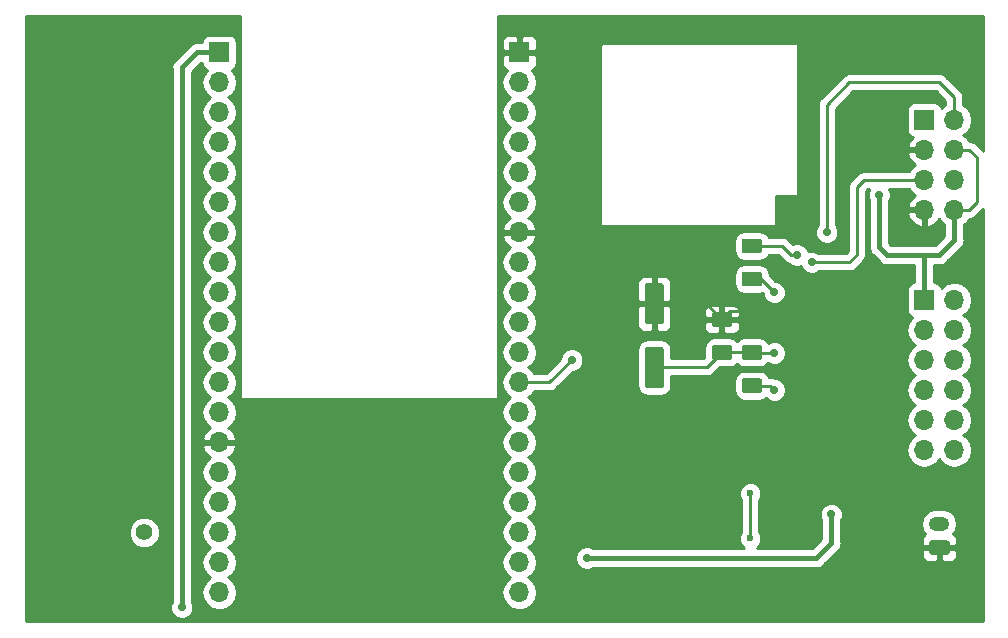
<source format=gbl>
G04 #@! TF.GenerationSoftware,KiCad,Pcbnew,5.0.2-bee76a0~70~ubuntu18.10.1*
G04 #@! TF.CreationDate,2019-04-28T23:28:47+02:00*
G04 #@! TF.ProjectId,carte_RouleMaPoule,63617274-655f-4526-9f75-6c654d61506f,A*
G04 #@! TF.SameCoordinates,Original*
G04 #@! TF.FileFunction,Copper,L2,Bot*
G04 #@! TF.FilePolarity,Positive*
%FSLAX46Y46*%
G04 Gerber Fmt 4.6, Leading zero omitted, Abs format (unit mm)*
G04 Created by KiCad (PCBNEW 5.0.2-bee76a0~70~ubuntu18.10.1) date dim. 28 avril 2019 23:28:47 CEST*
%MOMM*%
%LPD*%
G01*
G04 APERTURE LIST*
G04 #@! TA.AperFunction,Conductor*
%ADD10C,0.100000*%
G04 #@! TD*
G04 #@! TA.AperFunction,SMDPad,CuDef*
%ADD11C,1.250000*%
G04 #@! TD*
G04 #@! TA.AperFunction,SMDPad,CuDef*
%ADD12C,1.600000*%
G04 #@! TD*
G04 #@! TA.AperFunction,ComponentPad*
%ADD13C,1.200000*%
G04 #@! TD*
G04 #@! TA.AperFunction,ComponentPad*
%ADD14O,1.750000X1.200000*%
G04 #@! TD*
G04 #@! TA.AperFunction,ComponentPad*
%ADD15C,1.400000*%
G04 #@! TD*
G04 #@! TA.AperFunction,ComponentPad*
%ADD16O,1.700000X1.700000*%
G04 #@! TD*
G04 #@! TA.AperFunction,ComponentPad*
%ADD17R,1.700000X1.700000*%
G04 #@! TD*
G04 #@! TA.AperFunction,ViaPad*
%ADD18C,0.600000*%
G04 #@! TD*
G04 #@! TA.AperFunction,ViaPad*
%ADD19C,0.700000*%
G04 #@! TD*
G04 #@! TA.AperFunction,Conductor*
%ADD20C,0.250000*%
G04 #@! TD*
G04 #@! TA.AperFunction,Conductor*
%ADD21C,0.450000*%
G04 #@! TD*
G04 #@! TA.AperFunction,Conductor*
%ADD22C,0.254000*%
G04 #@! TD*
G04 APERTURE END LIST*
D10*
G04 #@! TO.N,Net-(R12-Pad2)*
G04 #@! TO.C,R12*
G36*
X132094504Y-103386204D02*
X132118773Y-103389804D01*
X132142571Y-103395765D01*
X132165671Y-103404030D01*
X132187849Y-103414520D01*
X132208893Y-103427133D01*
X132228598Y-103441747D01*
X132246777Y-103458223D01*
X132263253Y-103476402D01*
X132277867Y-103496107D01*
X132290480Y-103517151D01*
X132300970Y-103539329D01*
X132309235Y-103562429D01*
X132315196Y-103586227D01*
X132318796Y-103610496D01*
X132320000Y-103635000D01*
X132320000Y-104385000D01*
X132318796Y-104409504D01*
X132315196Y-104433773D01*
X132309235Y-104457571D01*
X132300970Y-104480671D01*
X132290480Y-104502849D01*
X132277867Y-104523893D01*
X132263253Y-104543598D01*
X132246777Y-104561777D01*
X132228598Y-104578253D01*
X132208893Y-104592867D01*
X132187849Y-104605480D01*
X132165671Y-104615970D01*
X132142571Y-104624235D01*
X132118773Y-104630196D01*
X132094504Y-104633796D01*
X132070000Y-104635000D01*
X130820000Y-104635000D01*
X130795496Y-104633796D01*
X130771227Y-104630196D01*
X130747429Y-104624235D01*
X130724329Y-104615970D01*
X130702151Y-104605480D01*
X130681107Y-104592867D01*
X130661402Y-104578253D01*
X130643223Y-104561777D01*
X130626747Y-104543598D01*
X130612133Y-104523893D01*
X130599520Y-104502849D01*
X130589030Y-104480671D01*
X130580765Y-104457571D01*
X130574804Y-104433773D01*
X130571204Y-104409504D01*
X130570000Y-104385000D01*
X130570000Y-103635000D01*
X130571204Y-103610496D01*
X130574804Y-103586227D01*
X130580765Y-103562429D01*
X130589030Y-103539329D01*
X130599520Y-103517151D01*
X130612133Y-103496107D01*
X130626747Y-103476402D01*
X130643223Y-103458223D01*
X130661402Y-103441747D01*
X130681107Y-103427133D01*
X130702151Y-103414520D01*
X130724329Y-103404030D01*
X130747429Y-103395765D01*
X130771227Y-103389804D01*
X130795496Y-103386204D01*
X130820000Y-103385000D01*
X132070000Y-103385000D01*
X132094504Y-103386204D01*
X132094504Y-103386204D01*
G37*
D11*
G04 #@! TD*
G04 #@! TO.P,R12,2*
G04 #@! TO.N,Net-(R12-Pad2)*
X131445000Y-104010000D03*
D10*
G04 #@! TO.N,Net-(R12-Pad1)*
G04 #@! TO.C,R12*
G36*
X132094504Y-106186204D02*
X132118773Y-106189804D01*
X132142571Y-106195765D01*
X132165671Y-106204030D01*
X132187849Y-106214520D01*
X132208893Y-106227133D01*
X132228598Y-106241747D01*
X132246777Y-106258223D01*
X132263253Y-106276402D01*
X132277867Y-106296107D01*
X132290480Y-106317151D01*
X132300970Y-106339329D01*
X132309235Y-106362429D01*
X132315196Y-106386227D01*
X132318796Y-106410496D01*
X132320000Y-106435000D01*
X132320000Y-107185000D01*
X132318796Y-107209504D01*
X132315196Y-107233773D01*
X132309235Y-107257571D01*
X132300970Y-107280671D01*
X132290480Y-107302849D01*
X132277867Y-107323893D01*
X132263253Y-107343598D01*
X132246777Y-107361777D01*
X132228598Y-107378253D01*
X132208893Y-107392867D01*
X132187849Y-107405480D01*
X132165671Y-107415970D01*
X132142571Y-107424235D01*
X132118773Y-107430196D01*
X132094504Y-107433796D01*
X132070000Y-107435000D01*
X130820000Y-107435000D01*
X130795496Y-107433796D01*
X130771227Y-107430196D01*
X130747429Y-107424235D01*
X130724329Y-107415970D01*
X130702151Y-107405480D01*
X130681107Y-107392867D01*
X130661402Y-107378253D01*
X130643223Y-107361777D01*
X130626747Y-107343598D01*
X130612133Y-107323893D01*
X130599520Y-107302849D01*
X130589030Y-107280671D01*
X130580765Y-107257571D01*
X130574804Y-107233773D01*
X130571204Y-107209504D01*
X130570000Y-107185000D01*
X130570000Y-106435000D01*
X130571204Y-106410496D01*
X130574804Y-106386227D01*
X130580765Y-106362429D01*
X130589030Y-106339329D01*
X130599520Y-106317151D01*
X130612133Y-106296107D01*
X130626747Y-106276402D01*
X130643223Y-106258223D01*
X130661402Y-106241747D01*
X130681107Y-106227133D01*
X130702151Y-106214520D01*
X130724329Y-106204030D01*
X130747429Y-106195765D01*
X130771227Y-106189804D01*
X130795496Y-106186204D01*
X130820000Y-106185000D01*
X132070000Y-106185000D01*
X132094504Y-106186204D01*
X132094504Y-106186204D01*
G37*
D11*
G04 #@! TD*
G04 #@! TO.P,R12,1*
G04 #@! TO.N,Net-(R12-Pad1)*
X131445000Y-106810000D03*
D10*
G04 #@! TO.N,GND*
G04 #@! TO.C,C7*
G36*
X123764504Y-107151204D02*
X123788773Y-107154804D01*
X123812571Y-107160765D01*
X123835671Y-107169030D01*
X123857849Y-107179520D01*
X123878893Y-107192133D01*
X123898598Y-107206747D01*
X123916777Y-107223223D01*
X123933253Y-107241402D01*
X123947867Y-107261107D01*
X123960480Y-107282151D01*
X123970970Y-107304329D01*
X123979235Y-107327429D01*
X123985196Y-107351227D01*
X123988796Y-107375496D01*
X123990000Y-107400000D01*
X123990000Y-110400000D01*
X123988796Y-110424504D01*
X123985196Y-110448773D01*
X123979235Y-110472571D01*
X123970970Y-110495671D01*
X123960480Y-110517849D01*
X123947867Y-110538893D01*
X123933253Y-110558598D01*
X123916777Y-110576777D01*
X123898598Y-110593253D01*
X123878893Y-110607867D01*
X123857849Y-110620480D01*
X123835671Y-110630970D01*
X123812571Y-110639235D01*
X123788773Y-110645196D01*
X123764504Y-110648796D01*
X123740000Y-110650000D01*
X122640000Y-110650000D01*
X122615496Y-110648796D01*
X122591227Y-110645196D01*
X122567429Y-110639235D01*
X122544329Y-110630970D01*
X122522151Y-110620480D01*
X122501107Y-110607867D01*
X122481402Y-110593253D01*
X122463223Y-110576777D01*
X122446747Y-110558598D01*
X122432133Y-110538893D01*
X122419520Y-110517849D01*
X122409030Y-110495671D01*
X122400765Y-110472571D01*
X122394804Y-110448773D01*
X122391204Y-110424504D01*
X122390000Y-110400000D01*
X122390000Y-107400000D01*
X122391204Y-107375496D01*
X122394804Y-107351227D01*
X122400765Y-107327429D01*
X122409030Y-107304329D01*
X122419520Y-107282151D01*
X122432133Y-107261107D01*
X122446747Y-107241402D01*
X122463223Y-107223223D01*
X122481402Y-107206747D01*
X122501107Y-107192133D01*
X122522151Y-107179520D01*
X122544329Y-107169030D01*
X122567429Y-107160765D01*
X122591227Y-107154804D01*
X122615496Y-107151204D01*
X122640000Y-107150000D01*
X123740000Y-107150000D01*
X123764504Y-107151204D01*
X123764504Y-107151204D01*
G37*
D12*
G04 #@! TD*
G04 #@! TO.P,C7,2*
G04 #@! TO.N,GND*
X123190000Y-108900000D03*
D10*
G04 #@! TO.N,+3V3*
G04 #@! TO.C,C7*
G36*
X123764504Y-112551204D02*
X123788773Y-112554804D01*
X123812571Y-112560765D01*
X123835671Y-112569030D01*
X123857849Y-112579520D01*
X123878893Y-112592133D01*
X123898598Y-112606747D01*
X123916777Y-112623223D01*
X123933253Y-112641402D01*
X123947867Y-112661107D01*
X123960480Y-112682151D01*
X123970970Y-112704329D01*
X123979235Y-112727429D01*
X123985196Y-112751227D01*
X123988796Y-112775496D01*
X123990000Y-112800000D01*
X123990000Y-115800000D01*
X123988796Y-115824504D01*
X123985196Y-115848773D01*
X123979235Y-115872571D01*
X123970970Y-115895671D01*
X123960480Y-115917849D01*
X123947867Y-115938893D01*
X123933253Y-115958598D01*
X123916777Y-115976777D01*
X123898598Y-115993253D01*
X123878893Y-116007867D01*
X123857849Y-116020480D01*
X123835671Y-116030970D01*
X123812571Y-116039235D01*
X123788773Y-116045196D01*
X123764504Y-116048796D01*
X123740000Y-116050000D01*
X122640000Y-116050000D01*
X122615496Y-116048796D01*
X122591227Y-116045196D01*
X122567429Y-116039235D01*
X122544329Y-116030970D01*
X122522151Y-116020480D01*
X122501107Y-116007867D01*
X122481402Y-115993253D01*
X122463223Y-115976777D01*
X122446747Y-115958598D01*
X122432133Y-115938893D01*
X122419520Y-115917849D01*
X122409030Y-115895671D01*
X122400765Y-115872571D01*
X122394804Y-115848773D01*
X122391204Y-115824504D01*
X122390000Y-115800000D01*
X122390000Y-112800000D01*
X122391204Y-112775496D01*
X122394804Y-112751227D01*
X122400765Y-112727429D01*
X122409030Y-112704329D01*
X122419520Y-112682151D01*
X122432133Y-112661107D01*
X122446747Y-112641402D01*
X122463223Y-112623223D01*
X122481402Y-112606747D01*
X122501107Y-112592133D01*
X122522151Y-112579520D01*
X122544329Y-112569030D01*
X122567429Y-112560765D01*
X122591227Y-112554804D01*
X122615496Y-112551204D01*
X122640000Y-112550000D01*
X123740000Y-112550000D01*
X123764504Y-112551204D01*
X123764504Y-112551204D01*
G37*
D12*
G04 #@! TD*
G04 #@! TO.P,C7,1*
G04 #@! TO.N,+3V3*
X123190000Y-114300000D03*
D10*
G04 #@! TO.N,+3V3*
G04 #@! TO.C,C9*
G36*
X129554504Y-112406204D02*
X129578773Y-112409804D01*
X129602571Y-112415765D01*
X129625671Y-112424030D01*
X129647849Y-112434520D01*
X129668893Y-112447133D01*
X129688598Y-112461747D01*
X129706777Y-112478223D01*
X129723253Y-112496402D01*
X129737867Y-112516107D01*
X129750480Y-112537151D01*
X129760970Y-112559329D01*
X129769235Y-112582429D01*
X129775196Y-112606227D01*
X129778796Y-112630496D01*
X129780000Y-112655000D01*
X129780000Y-113405000D01*
X129778796Y-113429504D01*
X129775196Y-113453773D01*
X129769235Y-113477571D01*
X129760970Y-113500671D01*
X129750480Y-113522849D01*
X129737867Y-113543893D01*
X129723253Y-113563598D01*
X129706777Y-113581777D01*
X129688598Y-113598253D01*
X129668893Y-113612867D01*
X129647849Y-113625480D01*
X129625671Y-113635970D01*
X129602571Y-113644235D01*
X129578773Y-113650196D01*
X129554504Y-113653796D01*
X129530000Y-113655000D01*
X128280000Y-113655000D01*
X128255496Y-113653796D01*
X128231227Y-113650196D01*
X128207429Y-113644235D01*
X128184329Y-113635970D01*
X128162151Y-113625480D01*
X128141107Y-113612867D01*
X128121402Y-113598253D01*
X128103223Y-113581777D01*
X128086747Y-113563598D01*
X128072133Y-113543893D01*
X128059520Y-113522849D01*
X128049030Y-113500671D01*
X128040765Y-113477571D01*
X128034804Y-113453773D01*
X128031204Y-113429504D01*
X128030000Y-113405000D01*
X128030000Y-112655000D01*
X128031204Y-112630496D01*
X128034804Y-112606227D01*
X128040765Y-112582429D01*
X128049030Y-112559329D01*
X128059520Y-112537151D01*
X128072133Y-112516107D01*
X128086747Y-112496402D01*
X128103223Y-112478223D01*
X128121402Y-112461747D01*
X128141107Y-112447133D01*
X128162151Y-112434520D01*
X128184329Y-112424030D01*
X128207429Y-112415765D01*
X128231227Y-112409804D01*
X128255496Y-112406204D01*
X128280000Y-112405000D01*
X129530000Y-112405000D01*
X129554504Y-112406204D01*
X129554504Y-112406204D01*
G37*
D11*
G04 #@! TD*
G04 #@! TO.P,C9,1*
G04 #@! TO.N,+3V3*
X128905000Y-113030000D03*
D10*
G04 #@! TO.N,GND*
G04 #@! TO.C,C9*
G36*
X129554504Y-109606204D02*
X129578773Y-109609804D01*
X129602571Y-109615765D01*
X129625671Y-109624030D01*
X129647849Y-109634520D01*
X129668893Y-109647133D01*
X129688598Y-109661747D01*
X129706777Y-109678223D01*
X129723253Y-109696402D01*
X129737867Y-109716107D01*
X129750480Y-109737151D01*
X129760970Y-109759329D01*
X129769235Y-109782429D01*
X129775196Y-109806227D01*
X129778796Y-109830496D01*
X129780000Y-109855000D01*
X129780000Y-110605000D01*
X129778796Y-110629504D01*
X129775196Y-110653773D01*
X129769235Y-110677571D01*
X129760970Y-110700671D01*
X129750480Y-110722849D01*
X129737867Y-110743893D01*
X129723253Y-110763598D01*
X129706777Y-110781777D01*
X129688598Y-110798253D01*
X129668893Y-110812867D01*
X129647849Y-110825480D01*
X129625671Y-110835970D01*
X129602571Y-110844235D01*
X129578773Y-110850196D01*
X129554504Y-110853796D01*
X129530000Y-110855000D01*
X128280000Y-110855000D01*
X128255496Y-110853796D01*
X128231227Y-110850196D01*
X128207429Y-110844235D01*
X128184329Y-110835970D01*
X128162151Y-110825480D01*
X128141107Y-110812867D01*
X128121402Y-110798253D01*
X128103223Y-110781777D01*
X128086747Y-110763598D01*
X128072133Y-110743893D01*
X128059520Y-110722849D01*
X128049030Y-110700671D01*
X128040765Y-110677571D01*
X128034804Y-110653773D01*
X128031204Y-110629504D01*
X128030000Y-110605000D01*
X128030000Y-109855000D01*
X128031204Y-109830496D01*
X128034804Y-109806227D01*
X128040765Y-109782429D01*
X128049030Y-109759329D01*
X128059520Y-109737151D01*
X128072133Y-109716107D01*
X128086747Y-109696402D01*
X128103223Y-109678223D01*
X128121402Y-109661747D01*
X128141107Y-109647133D01*
X128162151Y-109634520D01*
X128184329Y-109624030D01*
X128207429Y-109615765D01*
X128231227Y-109609804D01*
X128255496Y-109606204D01*
X128280000Y-109605000D01*
X129530000Y-109605000D01*
X129554504Y-109606204D01*
X129554504Y-109606204D01*
G37*
D11*
G04 #@! TD*
G04 #@! TO.P,C9,2*
G04 #@! TO.N,GND*
X128905000Y-110230000D03*
D10*
G04 #@! TO.N,GND*
G04 #@! TO.C,J1*
G36*
X147969505Y-128941204D02*
X147993773Y-128944804D01*
X148017572Y-128950765D01*
X148040671Y-128959030D01*
X148062850Y-128969520D01*
X148083893Y-128982132D01*
X148103599Y-128996747D01*
X148121777Y-129013223D01*
X148138253Y-129031401D01*
X148152868Y-129051107D01*
X148165480Y-129072150D01*
X148175970Y-129094329D01*
X148184235Y-129117428D01*
X148190196Y-129141227D01*
X148193796Y-129165495D01*
X148195000Y-129189999D01*
X148195000Y-129890001D01*
X148193796Y-129914505D01*
X148190196Y-129938773D01*
X148184235Y-129962572D01*
X148175970Y-129985671D01*
X148165480Y-130007850D01*
X148152868Y-130028893D01*
X148138253Y-130048599D01*
X148121777Y-130066777D01*
X148103599Y-130083253D01*
X148083893Y-130097868D01*
X148062850Y-130110480D01*
X148040671Y-130120970D01*
X148017572Y-130129235D01*
X147993773Y-130135196D01*
X147969505Y-130138796D01*
X147945001Y-130140000D01*
X146694999Y-130140000D01*
X146670495Y-130138796D01*
X146646227Y-130135196D01*
X146622428Y-130129235D01*
X146599329Y-130120970D01*
X146577150Y-130110480D01*
X146556107Y-130097868D01*
X146536401Y-130083253D01*
X146518223Y-130066777D01*
X146501747Y-130048599D01*
X146487132Y-130028893D01*
X146474520Y-130007850D01*
X146464030Y-129985671D01*
X146455765Y-129962572D01*
X146449804Y-129938773D01*
X146446204Y-129914505D01*
X146445000Y-129890001D01*
X146445000Y-129189999D01*
X146446204Y-129165495D01*
X146449804Y-129141227D01*
X146455765Y-129117428D01*
X146464030Y-129094329D01*
X146474520Y-129072150D01*
X146487132Y-129051107D01*
X146501747Y-129031401D01*
X146518223Y-129013223D01*
X146536401Y-128996747D01*
X146556107Y-128982132D01*
X146577150Y-128969520D01*
X146599329Y-128959030D01*
X146622428Y-128950765D01*
X146646227Y-128944804D01*
X146670495Y-128941204D01*
X146694999Y-128940000D01*
X147945001Y-128940000D01*
X147969505Y-128941204D01*
X147969505Y-128941204D01*
G37*
D13*
G04 #@! TD*
G04 #@! TO.P,J1,1*
G04 #@! TO.N,GND*
X147320000Y-129540000D03*
D14*
G04 #@! TO.P,J1,2*
G04 #@! TO.N,Net-(C1-Pad1)*
X147320000Y-127540000D03*
G04 #@! TD*
D10*
G04 #@! TO.N,Net-(R13-Pad2)*
G04 #@! TO.C,R13*
G36*
X132094504Y-115206204D02*
X132118773Y-115209804D01*
X132142571Y-115215765D01*
X132165671Y-115224030D01*
X132187849Y-115234520D01*
X132208893Y-115247133D01*
X132228598Y-115261747D01*
X132246777Y-115278223D01*
X132263253Y-115296402D01*
X132277867Y-115316107D01*
X132290480Y-115337151D01*
X132300970Y-115359329D01*
X132309235Y-115382429D01*
X132315196Y-115406227D01*
X132318796Y-115430496D01*
X132320000Y-115455000D01*
X132320000Y-116205000D01*
X132318796Y-116229504D01*
X132315196Y-116253773D01*
X132309235Y-116277571D01*
X132300970Y-116300671D01*
X132290480Y-116322849D01*
X132277867Y-116343893D01*
X132263253Y-116363598D01*
X132246777Y-116381777D01*
X132228598Y-116398253D01*
X132208893Y-116412867D01*
X132187849Y-116425480D01*
X132165671Y-116435970D01*
X132142571Y-116444235D01*
X132118773Y-116450196D01*
X132094504Y-116453796D01*
X132070000Y-116455000D01*
X130820000Y-116455000D01*
X130795496Y-116453796D01*
X130771227Y-116450196D01*
X130747429Y-116444235D01*
X130724329Y-116435970D01*
X130702151Y-116425480D01*
X130681107Y-116412867D01*
X130661402Y-116398253D01*
X130643223Y-116381777D01*
X130626747Y-116363598D01*
X130612133Y-116343893D01*
X130599520Y-116322849D01*
X130589030Y-116300671D01*
X130580765Y-116277571D01*
X130574804Y-116253773D01*
X130571204Y-116229504D01*
X130570000Y-116205000D01*
X130570000Y-115455000D01*
X130571204Y-115430496D01*
X130574804Y-115406227D01*
X130580765Y-115382429D01*
X130589030Y-115359329D01*
X130599520Y-115337151D01*
X130612133Y-115316107D01*
X130626747Y-115296402D01*
X130643223Y-115278223D01*
X130661402Y-115261747D01*
X130681107Y-115247133D01*
X130702151Y-115234520D01*
X130724329Y-115224030D01*
X130747429Y-115215765D01*
X130771227Y-115209804D01*
X130795496Y-115206204D01*
X130820000Y-115205000D01*
X132070000Y-115205000D01*
X132094504Y-115206204D01*
X132094504Y-115206204D01*
G37*
D11*
G04 #@! TD*
G04 #@! TO.P,R13,2*
G04 #@! TO.N,Net-(R13-Pad2)*
X131445000Y-115830000D03*
D10*
G04 #@! TO.N,+3V3*
G04 #@! TO.C,R13*
G36*
X132094504Y-112406204D02*
X132118773Y-112409804D01*
X132142571Y-112415765D01*
X132165671Y-112424030D01*
X132187849Y-112434520D01*
X132208893Y-112447133D01*
X132228598Y-112461747D01*
X132246777Y-112478223D01*
X132263253Y-112496402D01*
X132277867Y-112516107D01*
X132290480Y-112537151D01*
X132300970Y-112559329D01*
X132309235Y-112582429D01*
X132315196Y-112606227D01*
X132318796Y-112630496D01*
X132320000Y-112655000D01*
X132320000Y-113405000D01*
X132318796Y-113429504D01*
X132315196Y-113453773D01*
X132309235Y-113477571D01*
X132300970Y-113500671D01*
X132290480Y-113522849D01*
X132277867Y-113543893D01*
X132263253Y-113563598D01*
X132246777Y-113581777D01*
X132228598Y-113598253D01*
X132208893Y-113612867D01*
X132187849Y-113625480D01*
X132165671Y-113635970D01*
X132142571Y-113644235D01*
X132118773Y-113650196D01*
X132094504Y-113653796D01*
X132070000Y-113655000D01*
X130820000Y-113655000D01*
X130795496Y-113653796D01*
X130771227Y-113650196D01*
X130747429Y-113644235D01*
X130724329Y-113635970D01*
X130702151Y-113625480D01*
X130681107Y-113612867D01*
X130661402Y-113598253D01*
X130643223Y-113581777D01*
X130626747Y-113563598D01*
X130612133Y-113543893D01*
X130599520Y-113522849D01*
X130589030Y-113500671D01*
X130580765Y-113477571D01*
X130574804Y-113453773D01*
X130571204Y-113429504D01*
X130570000Y-113405000D01*
X130570000Y-112655000D01*
X130571204Y-112630496D01*
X130574804Y-112606227D01*
X130580765Y-112582429D01*
X130589030Y-112559329D01*
X130599520Y-112537151D01*
X130612133Y-112516107D01*
X130626747Y-112496402D01*
X130643223Y-112478223D01*
X130661402Y-112461747D01*
X130681107Y-112447133D01*
X130702151Y-112434520D01*
X130724329Y-112424030D01*
X130747429Y-112415765D01*
X130771227Y-112409804D01*
X130795496Y-112406204D01*
X130820000Y-112405000D01*
X132070000Y-112405000D01*
X132094504Y-112406204D01*
X132094504Y-112406204D01*
G37*
D11*
G04 #@! TD*
G04 #@! TO.P,R13,1*
G04 #@! TO.N,+3V3*
X131445000Y-113030000D03*
D15*
G04 #@! TO.P,J2,1*
G04 #@! TO.N,/Touch*
X80010000Y-128270000D03*
G04 #@! TD*
D16*
G04 #@! TO.P,J3,19*
G04 #@! TO.N,Net-(J3-Pad19)*
X86360000Y-133350000D03*
G04 #@! TO.P,J3,18*
G04 #@! TO.N,Net-(J3-Pad18)*
X86360000Y-130810000D03*
G04 #@! TO.P,J3,17*
G04 #@! TO.N,Net-(J3-Pad17)*
X86360000Y-128270000D03*
G04 #@! TO.P,J3,16*
G04 #@! TO.N,Net-(J3-Pad16)*
X86360000Y-125730000D03*
G04 #@! TO.P,J3,15*
G04 #@! TO.N,/Touch*
X86360000Y-123190000D03*
G04 #@! TO.P,J3,14*
G04 #@! TO.N,GND*
X86360000Y-120650000D03*
G04 #@! TO.P,J3,13*
G04 #@! TO.N,Net-(J3-Pad13)*
X86360000Y-118110000D03*
G04 #@! TO.P,J3,12*
G04 #@! TO.N,Net-(J3-Pad12)*
X86360000Y-115570000D03*
G04 #@! TO.P,J3,11*
G04 #@! TO.N,Net-(J3-Pad11)*
X86360000Y-113030000D03*
G04 #@! TO.P,J3,10*
G04 #@! TO.N,Net-(J3-Pad10)*
X86360000Y-110490000D03*
G04 #@! TO.P,J3,9*
G04 #@! TO.N,Net-(J3-Pad9)*
X86360000Y-107950000D03*
G04 #@! TO.P,J3,8*
G04 #@! TO.N,Net-(J3-Pad8)*
X86360000Y-105410000D03*
G04 #@! TO.P,J3,7*
G04 #@! TO.N,Net-(J3-Pad7)*
X86360000Y-102870000D03*
G04 #@! TO.P,J3,6*
G04 #@! TO.N,Net-(J3-Pad6)*
X86360000Y-100330000D03*
G04 #@! TO.P,J3,5*
G04 #@! TO.N,Net-(J3-Pad5)*
X86360000Y-97790000D03*
G04 #@! TO.P,J3,4*
G04 #@! TO.N,Net-(J3-Pad4)*
X86360000Y-95250000D03*
G04 #@! TO.P,J3,3*
G04 #@! TO.N,Net-(J3-Pad3)*
X86360000Y-92710000D03*
G04 #@! TO.P,J3,2*
G04 #@! TO.N,Net-(J3-Pad2)*
X86360000Y-90170000D03*
D17*
G04 #@! TO.P,J3,1*
G04 #@! TO.N,+3V3*
X86360000Y-87630000D03*
G04 #@! TD*
G04 #@! TO.P,J4,1*
G04 #@! TO.N,GND*
X111760000Y-87630000D03*
D16*
G04 #@! TO.P,J4,2*
G04 #@! TO.N,Net-(J4-Pad2)*
X111760000Y-90170000D03*
G04 #@! TO.P,J4,3*
G04 #@! TO.N,SCL*
X111760000Y-92710000D03*
G04 #@! TO.P,J4,4*
G04 #@! TO.N,Net-(J4-Pad4)*
X111760000Y-95250000D03*
G04 #@! TO.P,J4,5*
G04 #@! TO.N,Net-(J4-Pad5)*
X111760000Y-97790000D03*
G04 #@! TO.P,J4,6*
G04 #@! TO.N,SDA*
X111760000Y-100330000D03*
G04 #@! TO.P,J4,7*
G04 #@! TO.N,GND*
X111760000Y-102870000D03*
G04 #@! TO.P,J4,8*
G04 #@! TO.N,Net-(J4-Pad8)*
X111760000Y-105410000D03*
G04 #@! TO.P,J4,9*
G04 #@! TO.N,Net-(J4-Pad9)*
X111760000Y-107950000D03*
G04 #@! TO.P,J4,10*
G04 #@! TO.N,Net-(J4-Pad10)*
X111760000Y-110490000D03*
G04 #@! TO.P,J4,11*
G04 #@! TO.N,TX*
X111760000Y-113030000D03*
G04 #@! TO.P,J4,12*
G04 #@! TO.N,RX*
X111760000Y-115570000D03*
G04 #@! TO.P,J4,13*
G04 #@! TO.N,Net-(J4-Pad13)*
X111760000Y-118110000D03*
G04 #@! TO.P,J4,14*
G04 #@! TO.N,Net-(J4-Pad14)*
X111760000Y-120650000D03*
G04 #@! TO.P,J4,15*
G04 #@! TO.N,Net-(J4-Pad15)*
X111760000Y-123190000D03*
G04 #@! TO.P,J4,16*
G04 #@! TO.N,Net-(J4-Pad16)*
X111760000Y-125730000D03*
G04 #@! TO.P,J4,17*
G04 #@! TO.N,Net-(J4-Pad17)*
X111760000Y-128270000D03*
G04 #@! TO.P,J4,18*
G04 #@! TO.N,Net-(J4-Pad18)*
X111760000Y-130810000D03*
G04 #@! TO.P,J4,19*
G04 #@! TO.N,Net-(J4-Pad19)*
X111760000Y-133350000D03*
G04 #@! TD*
D17*
G04 #@! TO.P,J5,1*
G04 #@! TO.N,+3V3*
X146050000Y-108585000D03*
D16*
G04 #@! TO.P,J5,2*
G04 #@! TO.N,Net-(J5-Pad2)*
X148590000Y-108585000D03*
G04 #@! TO.P,J5,3*
G04 #@! TO.N,Net-(J5-Pad3)*
X146050000Y-111125000D03*
G04 #@! TO.P,J5,4*
G04 #@! TO.N,Net-(J5-Pad4)*
X148590000Y-111125000D03*
G04 #@! TO.P,J5,5*
G04 #@! TO.N,Net-(J5-Pad5)*
X146050000Y-113665000D03*
G04 #@! TO.P,J5,6*
G04 #@! TO.N,Net-(J5-Pad6)*
X148590000Y-113665000D03*
G04 #@! TO.P,J5,7*
G04 #@! TO.N,Net-(J5-Pad7)*
X146050000Y-116205000D03*
G04 #@! TO.P,J5,8*
G04 #@! TO.N,Net-(J5-Pad8)*
X148590000Y-116205000D03*
G04 #@! TO.P,J5,9*
G04 #@! TO.N,Net-(J5-Pad9)*
X146050000Y-118745000D03*
G04 #@! TO.P,J5,10*
G04 #@! TO.N,Net-(J5-Pad10)*
X148590000Y-118745000D03*
G04 #@! TO.P,J5,11*
G04 #@! TO.N,Net-(J5-Pad11)*
X146050000Y-121285000D03*
G04 #@! TO.P,J5,12*
G04 #@! TO.N,Net-(J5-Pad12)*
X148590000Y-121285000D03*
G04 #@! TD*
D17*
G04 #@! TO.P,J6,1*
G04 #@! TO.N,SCL*
X146050000Y-93345000D03*
D16*
G04 #@! TO.P,J6,2*
G04 #@! TO.N,SDA*
X148590000Y-93345000D03*
G04 #@! TO.P,J6,3*
G04 #@! TO.N,GND*
X146050000Y-95885000D03*
G04 #@! TO.P,J6,4*
G04 #@! TO.N,+3V3*
X148590000Y-95885000D03*
G04 #@! TO.P,J6,5*
G04 #@! TO.N,SCL*
X146050000Y-98425000D03*
G04 #@! TO.P,J6,6*
G04 #@! TO.N,SDA*
X148590000Y-98425000D03*
G04 #@! TO.P,J6,7*
G04 #@! TO.N,GND*
X146050000Y-100965000D03*
G04 #@! TO.P,J6,8*
G04 #@! TO.N,+3V3*
X148590000Y-100965000D03*
G04 #@! TD*
D18*
G04 #@! TO.N,GND*
X133858000Y-128270000D03*
X133350000Y-128905000D03*
X133350000Y-127635000D03*
X134239000Y-127635000D03*
X135128000Y-127635000D03*
X135890000Y-127635000D03*
X135890000Y-128905000D03*
X135128000Y-128905000D03*
X134239000Y-128905000D03*
X135509000Y-128270000D03*
D19*
X118237000Y-124333000D03*
X135255000Y-107950000D03*
D18*
G04 #@! TO.N,Net-(C1-Pad1)*
X131318000Y-124968000D03*
X131318000Y-128778000D03*
D19*
G04 #@! TO.N,+3V3*
X138176000Y-126746000D03*
X117475000Y-130429000D03*
X133350000Y-113070000D03*
X142240000Y-99695000D03*
X83185000Y-134620000D03*
G04 #@! TO.N,SCL*
X136525000Y-105410000D03*
G04 #@! TO.N,SDA*
X137795000Y-102870000D03*
G04 #@! TO.N,RX*
X116205000Y-113665000D03*
G04 #@! TO.N,Net-(R12-Pad2)*
X135255000Y-104775000D03*
G04 #@! TO.N,Net-(R12-Pad1)*
X133350000Y-107950000D03*
G04 #@! TO.N,Net-(R13-Pad2)*
X133350000Y-116205000D03*
G04 #@! TD*
D20*
G04 #@! TO.N,GND*
X118237000Y-124333000D02*
X129667000Y-124333000D01*
X129667000Y-124333000D02*
X130302000Y-123698000D01*
X130302000Y-123698000D02*
X132334000Y-123698000D01*
X133350000Y-124714000D02*
X133350000Y-127635000D01*
X132334000Y-123698000D02*
X133350000Y-124714000D01*
X127575000Y-108900000D02*
X128905000Y-110230000D01*
X123190000Y-108900000D02*
X127575000Y-108900000D01*
X129600710Y-109534290D02*
X134940710Y-109534290D01*
X128905000Y-110230000D02*
X129600710Y-109534290D01*
X134940710Y-109534290D02*
X135255000Y-109220000D01*
X135255000Y-109220000D02*
X135255000Y-107950000D01*
G04 #@! TO.N,Net-(C1-Pad1)*
X131318000Y-128778000D02*
X131318000Y-124968000D01*
D21*
G04 #@! TO.N,+3V3*
X138176000Y-126746000D02*
X138176000Y-129159000D01*
X138176000Y-129159000D02*
X136906000Y-130429000D01*
X136906000Y-130429000D02*
X117475000Y-130429000D01*
D20*
X127635000Y-114300000D02*
X128905000Y-113030000D01*
X123190000Y-114300000D02*
X127635000Y-114300000D01*
X128905000Y-113030000D02*
X131445000Y-113030000D01*
X131485000Y-113070000D02*
X131445000Y-113030000D01*
X133350000Y-113070000D02*
X131485000Y-113070000D01*
X148590000Y-100965000D02*
X149860000Y-100965000D01*
X149860000Y-100965000D02*
X150495000Y-100330000D01*
X150495000Y-100330000D02*
X150495000Y-96520000D01*
X150495000Y-96520000D02*
X149860000Y-95885000D01*
X149860000Y-95885000D02*
X148590000Y-95885000D01*
D21*
X146050000Y-104775000D02*
X146050000Y-108585000D01*
X142240000Y-99695000D02*
X142240000Y-104140000D01*
X148590000Y-103505000D02*
X148590000Y-100965000D01*
X147320000Y-104775000D02*
X148590000Y-103505000D01*
X142240000Y-104140000D02*
X142875000Y-104775000D01*
X142875000Y-104775000D02*
X147320000Y-104775000D01*
X84455000Y-87630000D02*
X86360000Y-87630000D01*
X83185000Y-134620000D02*
X83185000Y-88900000D01*
X83185000Y-88900000D02*
X84455000Y-87630000D01*
D20*
G04 #@! TO.N,SCL*
X136525000Y-105410000D02*
X139700000Y-105410000D01*
X139700000Y-105410000D02*
X140335000Y-104775000D01*
X140335000Y-104775000D02*
X140335000Y-99060000D01*
X140335000Y-99060000D02*
X140970000Y-98425000D01*
X140970000Y-98425000D02*
X146050000Y-98425000D01*
G04 #@! TO.N,SDA*
X137795000Y-102870000D02*
X137795000Y-92075000D01*
X137795000Y-92075000D02*
X139700000Y-90170000D01*
X139700000Y-90170000D02*
X147320000Y-90170000D01*
X148590000Y-91440000D02*
X148590000Y-93345000D01*
X147320000Y-90170000D02*
X148590000Y-91440000D01*
G04 #@! TO.N,RX*
X114300000Y-115570000D02*
X111760000Y-115570000D01*
X116205000Y-113665000D02*
X114300000Y-115570000D01*
G04 #@! TO.N,Net-(R12-Pad2)*
X134750000Y-104775000D02*
X133985000Y-104010000D01*
X135255000Y-104775000D02*
X134750000Y-104775000D01*
X131445000Y-104010000D02*
X133985000Y-104010000D01*
G04 #@! TO.N,Net-(R12-Pad1)*
X131445000Y-106810000D02*
X132210000Y-106810000D01*
X132210000Y-106810000D02*
X133350000Y-107950000D01*
G04 #@! TO.N,Net-(R13-Pad2)*
X131445000Y-115830000D02*
X132975000Y-115830000D01*
X132975000Y-115830000D02*
X133350000Y-116205000D01*
G04 #@! TD*
D22*
G04 #@! TO.N,GND*
G36*
X88138000Y-116840000D02*
X88147667Y-116888601D01*
X88175197Y-116929803D01*
X88216399Y-116957333D01*
X88265000Y-116967000D01*
X109855000Y-116967000D01*
X109903601Y-116957333D01*
X109944803Y-116929803D01*
X109972333Y-116888601D01*
X109982000Y-116840000D01*
X109982000Y-105410000D01*
X110245908Y-105410000D01*
X110361161Y-105989418D01*
X110689375Y-106480625D01*
X110987761Y-106680000D01*
X110689375Y-106879375D01*
X110361161Y-107370582D01*
X110245908Y-107950000D01*
X110361161Y-108529418D01*
X110689375Y-109020625D01*
X110987761Y-109220000D01*
X110689375Y-109419375D01*
X110361161Y-109910582D01*
X110245908Y-110490000D01*
X110361161Y-111069418D01*
X110689375Y-111560625D01*
X110987761Y-111760000D01*
X110689375Y-111959375D01*
X110361161Y-112450582D01*
X110245908Y-113030000D01*
X110361161Y-113609418D01*
X110689375Y-114100625D01*
X110987761Y-114300000D01*
X110689375Y-114499375D01*
X110361161Y-114990582D01*
X110245908Y-115570000D01*
X110361161Y-116149418D01*
X110689375Y-116640625D01*
X110987761Y-116840000D01*
X110689375Y-117039375D01*
X110361161Y-117530582D01*
X110245908Y-118110000D01*
X110361161Y-118689418D01*
X110689375Y-119180625D01*
X110987761Y-119380000D01*
X110689375Y-119579375D01*
X110361161Y-120070582D01*
X110245908Y-120650000D01*
X110361161Y-121229418D01*
X110689375Y-121720625D01*
X110987761Y-121920000D01*
X110689375Y-122119375D01*
X110361161Y-122610582D01*
X110245908Y-123190000D01*
X110361161Y-123769418D01*
X110689375Y-124260625D01*
X110987761Y-124460000D01*
X110689375Y-124659375D01*
X110361161Y-125150582D01*
X110245908Y-125730000D01*
X110361161Y-126309418D01*
X110689375Y-126800625D01*
X110987761Y-127000000D01*
X110689375Y-127199375D01*
X110361161Y-127690582D01*
X110245908Y-128270000D01*
X110361161Y-128849418D01*
X110689375Y-129340625D01*
X110987761Y-129540000D01*
X110689375Y-129739375D01*
X110361161Y-130230582D01*
X110245908Y-130810000D01*
X110361161Y-131389418D01*
X110689375Y-131880625D01*
X110987761Y-132080000D01*
X110689375Y-132279375D01*
X110361161Y-132770582D01*
X110245908Y-133350000D01*
X110361161Y-133929418D01*
X110689375Y-134420625D01*
X111180582Y-134748839D01*
X111613744Y-134835000D01*
X111906256Y-134835000D01*
X112339418Y-134748839D01*
X112830625Y-134420625D01*
X113158839Y-133929418D01*
X113274092Y-133350000D01*
X113158839Y-132770582D01*
X112830625Y-132279375D01*
X112532239Y-132080000D01*
X112830625Y-131880625D01*
X113158839Y-131389418D01*
X113274092Y-130810000D01*
X113159335Y-130233071D01*
X116490000Y-130233071D01*
X116490000Y-130624929D01*
X116639958Y-130986958D01*
X116917042Y-131264042D01*
X117279071Y-131414000D01*
X117670929Y-131414000D01*
X117972704Y-131289000D01*
X136821304Y-131289000D01*
X136906000Y-131305847D01*
X136990696Y-131289000D01*
X136990701Y-131289000D01*
X137241555Y-131239102D01*
X137526025Y-131049025D01*
X137574005Y-130977218D01*
X138724221Y-129827003D01*
X138726096Y-129825750D01*
X145810000Y-129825750D01*
X145810000Y-130266309D01*
X145906673Y-130499698D01*
X146085301Y-130678327D01*
X146318690Y-130775000D01*
X147034250Y-130775000D01*
X147193000Y-130616250D01*
X147193000Y-129667000D01*
X147447000Y-129667000D01*
X147447000Y-130616250D01*
X147605750Y-130775000D01*
X148321310Y-130775000D01*
X148554699Y-130678327D01*
X148733327Y-130499698D01*
X148830000Y-130266309D01*
X148830000Y-129825750D01*
X148671250Y-129667000D01*
X147447000Y-129667000D01*
X147193000Y-129667000D01*
X145968750Y-129667000D01*
X145810000Y-129825750D01*
X138726096Y-129825750D01*
X138796025Y-129779025D01*
X138986102Y-129494555D01*
X139036000Y-129243701D01*
X139036000Y-129243697D01*
X139052847Y-129159001D01*
X139036000Y-129074305D01*
X139036000Y-127540000D01*
X145785805Y-127540000D01*
X145881656Y-128021873D01*
X146124564Y-128385410D01*
X146085301Y-128401673D01*
X145906673Y-128580302D01*
X145810000Y-128813691D01*
X145810000Y-129254250D01*
X145968750Y-129413000D01*
X147193000Y-129413000D01*
X147193000Y-129393000D01*
X147447000Y-129393000D01*
X147447000Y-129413000D01*
X148671250Y-129413000D01*
X148830000Y-129254250D01*
X148830000Y-128813691D01*
X148733327Y-128580302D01*
X148554699Y-128401673D01*
X148515436Y-128385410D01*
X148758344Y-128021873D01*
X148854195Y-127540000D01*
X148758344Y-127058127D01*
X148485385Y-126649615D01*
X148076873Y-126376656D01*
X147716636Y-126305000D01*
X146923364Y-126305000D01*
X146563127Y-126376656D01*
X146154615Y-126649615D01*
X145881656Y-127058127D01*
X145785805Y-127540000D01*
X139036000Y-127540000D01*
X139036000Y-127243704D01*
X139161000Y-126941929D01*
X139161000Y-126550071D01*
X139011042Y-126188042D01*
X138733958Y-125910958D01*
X138371929Y-125761000D01*
X137980071Y-125761000D01*
X137618042Y-125910958D01*
X137340958Y-126188042D01*
X137191000Y-126550071D01*
X137191000Y-126941929D01*
X137316000Y-127243705D01*
X137316001Y-128802775D01*
X136549777Y-129569000D01*
X131849290Y-129569000D01*
X132110655Y-129307635D01*
X132253000Y-128963983D01*
X132253000Y-128592017D01*
X132110655Y-128248365D01*
X132078000Y-128215710D01*
X132078000Y-125530290D01*
X132110655Y-125497635D01*
X132253000Y-125153983D01*
X132253000Y-124782017D01*
X132110655Y-124438365D01*
X131847635Y-124175345D01*
X131503983Y-124033000D01*
X131132017Y-124033000D01*
X130788365Y-124175345D01*
X130525345Y-124438365D01*
X130383000Y-124782017D01*
X130383000Y-125153983D01*
X130525345Y-125497635D01*
X130558001Y-125530291D01*
X130558000Y-128215710D01*
X130525345Y-128248365D01*
X130383000Y-128592017D01*
X130383000Y-128963983D01*
X130525345Y-129307635D01*
X130786710Y-129569000D01*
X117972704Y-129569000D01*
X117670929Y-129444000D01*
X117279071Y-129444000D01*
X116917042Y-129593958D01*
X116639958Y-129871042D01*
X116490000Y-130233071D01*
X113159335Y-130233071D01*
X113158839Y-130230582D01*
X112830625Y-129739375D01*
X112532239Y-129540000D01*
X112830625Y-129340625D01*
X113158839Y-128849418D01*
X113274092Y-128270000D01*
X113158839Y-127690582D01*
X112830625Y-127199375D01*
X112532239Y-127000000D01*
X112830625Y-126800625D01*
X113158839Y-126309418D01*
X113274092Y-125730000D01*
X113158839Y-125150582D01*
X112830625Y-124659375D01*
X112532239Y-124460000D01*
X112830625Y-124260625D01*
X113158839Y-123769418D01*
X113274092Y-123190000D01*
X113158839Y-122610582D01*
X112830625Y-122119375D01*
X112532239Y-121920000D01*
X112830625Y-121720625D01*
X113158839Y-121229418D01*
X113274092Y-120650000D01*
X113158839Y-120070582D01*
X112830625Y-119579375D01*
X112532239Y-119380000D01*
X112830625Y-119180625D01*
X113158839Y-118689418D01*
X113274092Y-118110000D01*
X113158839Y-117530582D01*
X112830625Y-117039375D01*
X112532239Y-116840000D01*
X112830625Y-116640625D01*
X113038178Y-116330000D01*
X114225153Y-116330000D01*
X114300000Y-116344888D01*
X114374847Y-116330000D01*
X114374852Y-116330000D01*
X114596537Y-116285904D01*
X114847929Y-116117929D01*
X114890331Y-116054470D01*
X116294802Y-114650000D01*
X116400929Y-114650000D01*
X116762958Y-114500042D01*
X117040042Y-114222958D01*
X117190000Y-113860929D01*
X117190000Y-113469071D01*
X117040042Y-113107042D01*
X116762958Y-112829958D01*
X116690634Y-112800000D01*
X121742560Y-112800000D01*
X121742560Y-115800000D01*
X121810874Y-116143435D01*
X122005414Y-116434586D01*
X122296565Y-116629126D01*
X122640000Y-116697440D01*
X123740000Y-116697440D01*
X124083435Y-116629126D01*
X124374586Y-116434586D01*
X124569126Y-116143435D01*
X124637440Y-115800000D01*
X124637440Y-115455000D01*
X129922560Y-115455000D01*
X129922560Y-116205000D01*
X129990874Y-116548435D01*
X130185414Y-116839586D01*
X130476565Y-117034126D01*
X130820000Y-117102440D01*
X132070000Y-117102440D01*
X132413435Y-117034126D01*
X132636847Y-116884847D01*
X132792042Y-117040042D01*
X133154071Y-117190000D01*
X133545929Y-117190000D01*
X133907958Y-117040042D01*
X134185042Y-116762958D01*
X134335000Y-116400929D01*
X134335000Y-116009071D01*
X134185042Y-115647042D01*
X133907958Y-115369958D01*
X133545929Y-115220000D01*
X133430033Y-115220000D01*
X133271537Y-115114096D01*
X133049852Y-115070000D01*
X133049847Y-115070000D01*
X132975000Y-115055112D01*
X132900153Y-115070000D01*
X132871353Y-115070000D01*
X132704586Y-114820414D01*
X132413435Y-114625874D01*
X132070000Y-114557560D01*
X130820000Y-114557560D01*
X130476565Y-114625874D01*
X130185414Y-114820414D01*
X129990874Y-115111565D01*
X129922560Y-115455000D01*
X124637440Y-115455000D01*
X124637440Y-115060000D01*
X127560153Y-115060000D01*
X127635000Y-115074888D01*
X127709847Y-115060000D01*
X127709852Y-115060000D01*
X127931537Y-115015904D01*
X128182929Y-114847929D01*
X128225331Y-114784470D01*
X128707361Y-114302440D01*
X129530000Y-114302440D01*
X129873435Y-114234126D01*
X130164586Y-114039586D01*
X130175000Y-114024000D01*
X130185414Y-114039586D01*
X130476565Y-114234126D01*
X130820000Y-114302440D01*
X132070000Y-114302440D01*
X132413435Y-114234126D01*
X132704586Y-114039586D01*
X132793955Y-113905835D01*
X133154071Y-114055000D01*
X133545929Y-114055000D01*
X133907958Y-113905042D01*
X134185042Y-113627958D01*
X134335000Y-113265929D01*
X134335000Y-112874071D01*
X134185042Y-112512042D01*
X133907958Y-112234958D01*
X133545929Y-112085000D01*
X133154071Y-112085000D01*
X132835822Y-112216824D01*
X132704586Y-112020414D01*
X132413435Y-111825874D01*
X132070000Y-111757560D01*
X130820000Y-111757560D01*
X130476565Y-111825874D01*
X130185414Y-112020414D01*
X130175000Y-112036000D01*
X130164586Y-112020414D01*
X129873435Y-111825874D01*
X129530000Y-111757560D01*
X128280000Y-111757560D01*
X127936565Y-111825874D01*
X127645414Y-112020414D01*
X127450874Y-112311565D01*
X127382560Y-112655000D01*
X127382560Y-113405000D01*
X127394612Y-113465587D01*
X127320199Y-113540000D01*
X124637440Y-113540000D01*
X124637440Y-112800000D01*
X124569126Y-112456565D01*
X124374586Y-112165414D01*
X124083435Y-111970874D01*
X123740000Y-111902560D01*
X122640000Y-111902560D01*
X122296565Y-111970874D01*
X122005414Y-112165414D01*
X121810874Y-112456565D01*
X121742560Y-112800000D01*
X116690634Y-112800000D01*
X116400929Y-112680000D01*
X116009071Y-112680000D01*
X115647042Y-112829958D01*
X115369958Y-113107042D01*
X115220000Y-113469071D01*
X115220000Y-113575198D01*
X113985199Y-114810000D01*
X113038178Y-114810000D01*
X112830625Y-114499375D01*
X112532239Y-114300000D01*
X112830625Y-114100625D01*
X113158839Y-113609418D01*
X113274092Y-113030000D01*
X113158839Y-112450582D01*
X112830625Y-111959375D01*
X112532239Y-111760000D01*
X112830625Y-111560625D01*
X113158839Y-111069418D01*
X113274092Y-110490000D01*
X113158839Y-109910582D01*
X112830625Y-109419375D01*
X112532239Y-109220000D01*
X112583497Y-109185750D01*
X121755000Y-109185750D01*
X121755000Y-110776309D01*
X121851673Y-111009698D01*
X122030301Y-111188327D01*
X122263690Y-111285000D01*
X122904250Y-111285000D01*
X123063000Y-111126250D01*
X123063000Y-109027000D01*
X123317000Y-109027000D01*
X123317000Y-111126250D01*
X123475750Y-111285000D01*
X124116310Y-111285000D01*
X124349699Y-111188327D01*
X124528327Y-111009698D01*
X124625000Y-110776309D01*
X124625000Y-110515750D01*
X127395000Y-110515750D01*
X127395000Y-110981309D01*
X127491673Y-111214698D01*
X127670301Y-111393327D01*
X127903690Y-111490000D01*
X128619250Y-111490000D01*
X128778000Y-111331250D01*
X128778000Y-110357000D01*
X129032000Y-110357000D01*
X129032000Y-111331250D01*
X129190750Y-111490000D01*
X129906310Y-111490000D01*
X130139699Y-111393327D01*
X130318327Y-111214698D01*
X130415000Y-110981309D01*
X130415000Y-110515750D01*
X130256250Y-110357000D01*
X129032000Y-110357000D01*
X128778000Y-110357000D01*
X127553750Y-110357000D01*
X127395000Y-110515750D01*
X124625000Y-110515750D01*
X124625000Y-109478691D01*
X127395000Y-109478691D01*
X127395000Y-109944250D01*
X127553750Y-110103000D01*
X128778000Y-110103000D01*
X128778000Y-109128750D01*
X129032000Y-109128750D01*
X129032000Y-110103000D01*
X130256250Y-110103000D01*
X130415000Y-109944250D01*
X130415000Y-109478691D01*
X130318327Y-109245302D01*
X130139699Y-109066673D01*
X129906310Y-108970000D01*
X129190750Y-108970000D01*
X129032000Y-109128750D01*
X128778000Y-109128750D01*
X128619250Y-108970000D01*
X127903690Y-108970000D01*
X127670301Y-109066673D01*
X127491673Y-109245302D01*
X127395000Y-109478691D01*
X124625000Y-109478691D01*
X124625000Y-109185750D01*
X124466250Y-109027000D01*
X123317000Y-109027000D01*
X123063000Y-109027000D01*
X121913750Y-109027000D01*
X121755000Y-109185750D01*
X112583497Y-109185750D01*
X112830625Y-109020625D01*
X113158839Y-108529418D01*
X113274092Y-107950000D01*
X113158839Y-107370582D01*
X112927054Y-107023691D01*
X121755000Y-107023691D01*
X121755000Y-108614250D01*
X121913750Y-108773000D01*
X123063000Y-108773000D01*
X123063000Y-106673750D01*
X123317000Y-106673750D01*
X123317000Y-108773000D01*
X124466250Y-108773000D01*
X124625000Y-108614250D01*
X124625000Y-107023691D01*
X124528327Y-106790302D01*
X124349699Y-106611673D01*
X124116310Y-106515000D01*
X123475750Y-106515000D01*
X123317000Y-106673750D01*
X123063000Y-106673750D01*
X122904250Y-106515000D01*
X122263690Y-106515000D01*
X122030301Y-106611673D01*
X121851673Y-106790302D01*
X121755000Y-107023691D01*
X112927054Y-107023691D01*
X112830625Y-106879375D01*
X112532239Y-106680000D01*
X112830625Y-106480625D01*
X112861110Y-106435000D01*
X129922560Y-106435000D01*
X129922560Y-107185000D01*
X129990874Y-107528435D01*
X130185414Y-107819586D01*
X130476565Y-108014126D01*
X130820000Y-108082440D01*
X132070000Y-108082440D01*
X132351620Y-108026422D01*
X132365000Y-108039802D01*
X132365000Y-108145929D01*
X132514958Y-108507958D01*
X132792042Y-108785042D01*
X133154071Y-108935000D01*
X133545929Y-108935000D01*
X133907958Y-108785042D01*
X134185042Y-108507958D01*
X134335000Y-108145929D01*
X134335000Y-107754071D01*
X134185042Y-107392042D01*
X133907958Y-107114958D01*
X133545929Y-106965000D01*
X133439802Y-106965000D01*
X132967440Y-106492639D01*
X132967440Y-106435000D01*
X132899126Y-106091565D01*
X132704586Y-105800414D01*
X132413435Y-105605874D01*
X132070000Y-105537560D01*
X130820000Y-105537560D01*
X130476565Y-105605874D01*
X130185414Y-105800414D01*
X129990874Y-106091565D01*
X129922560Y-106435000D01*
X112861110Y-106435000D01*
X113158839Y-105989418D01*
X113274092Y-105410000D01*
X113158839Y-104830582D01*
X112830625Y-104339375D01*
X112511522Y-104126157D01*
X112641358Y-104065183D01*
X113031645Y-103636924D01*
X113201476Y-103226890D01*
X113080155Y-102997000D01*
X111887000Y-102997000D01*
X111887000Y-103017000D01*
X111633000Y-103017000D01*
X111633000Y-102997000D01*
X110439845Y-102997000D01*
X110318524Y-103226890D01*
X110488355Y-103636924D01*
X110878642Y-104065183D01*
X111008478Y-104126157D01*
X110689375Y-104339375D01*
X110361161Y-104830582D01*
X110245908Y-105410000D01*
X109982000Y-105410000D01*
X109982000Y-90170000D01*
X110245908Y-90170000D01*
X110361161Y-90749418D01*
X110689375Y-91240625D01*
X110987761Y-91440000D01*
X110689375Y-91639375D01*
X110361161Y-92130582D01*
X110245908Y-92710000D01*
X110361161Y-93289418D01*
X110689375Y-93780625D01*
X110987761Y-93980000D01*
X110689375Y-94179375D01*
X110361161Y-94670582D01*
X110245908Y-95250000D01*
X110361161Y-95829418D01*
X110689375Y-96320625D01*
X110987761Y-96520000D01*
X110689375Y-96719375D01*
X110361161Y-97210582D01*
X110245908Y-97790000D01*
X110361161Y-98369418D01*
X110689375Y-98860625D01*
X110987761Y-99060000D01*
X110689375Y-99259375D01*
X110361161Y-99750582D01*
X110245908Y-100330000D01*
X110361161Y-100909418D01*
X110689375Y-101400625D01*
X111008478Y-101613843D01*
X110878642Y-101674817D01*
X110488355Y-102103076D01*
X110318524Y-102513110D01*
X110439845Y-102743000D01*
X111633000Y-102743000D01*
X111633000Y-102723000D01*
X111887000Y-102723000D01*
X111887000Y-102743000D01*
X113080155Y-102743000D01*
X113201476Y-102513110D01*
X113031645Y-102103076D01*
X112641358Y-101674817D01*
X112511522Y-101613843D01*
X112830625Y-101400625D01*
X113158839Y-100909418D01*
X113274092Y-100330000D01*
X113158839Y-99750582D01*
X112830625Y-99259375D01*
X112532239Y-99060000D01*
X112830625Y-98860625D01*
X113158839Y-98369418D01*
X113274092Y-97790000D01*
X113158839Y-97210582D01*
X112830625Y-96719375D01*
X112532239Y-96520000D01*
X112830625Y-96320625D01*
X113158839Y-95829418D01*
X113274092Y-95250000D01*
X113158839Y-94670582D01*
X112830625Y-94179375D01*
X112532239Y-93980000D01*
X112830625Y-93780625D01*
X113158839Y-93289418D01*
X113274092Y-92710000D01*
X113158839Y-92130582D01*
X112830625Y-91639375D01*
X112532239Y-91440000D01*
X112830625Y-91240625D01*
X113158839Y-90749418D01*
X113274092Y-90170000D01*
X113158839Y-89590582D01*
X112830625Y-89099375D01*
X112808967Y-89084904D01*
X112969698Y-89018327D01*
X113148327Y-88839699D01*
X113245000Y-88606310D01*
X113245000Y-87915750D01*
X113086250Y-87757000D01*
X111887000Y-87757000D01*
X111887000Y-87777000D01*
X111633000Y-87777000D01*
X111633000Y-87757000D01*
X110433750Y-87757000D01*
X110275000Y-87915750D01*
X110275000Y-88606310D01*
X110371673Y-88839699D01*
X110550302Y-89018327D01*
X110711033Y-89084904D01*
X110689375Y-89099375D01*
X110361161Y-89590582D01*
X110245908Y-90170000D01*
X109982000Y-90170000D01*
X109982000Y-86653690D01*
X110275000Y-86653690D01*
X110275000Y-87344250D01*
X110433750Y-87503000D01*
X111633000Y-87503000D01*
X111633000Y-86303750D01*
X111887000Y-86303750D01*
X111887000Y-87503000D01*
X113086250Y-87503000D01*
X113245000Y-87344250D01*
X113245000Y-86995000D01*
X118618000Y-86995000D01*
X118618000Y-102235000D01*
X118627667Y-102283601D01*
X118655197Y-102324803D01*
X118696399Y-102352333D01*
X118745000Y-102362000D01*
X133350000Y-102362000D01*
X133398601Y-102352333D01*
X133439803Y-102324803D01*
X133467333Y-102283601D01*
X133477000Y-102235000D01*
X133477000Y-99822000D01*
X135255000Y-99822000D01*
X135303601Y-99812333D01*
X135344803Y-99784803D01*
X135372333Y-99743601D01*
X135382000Y-99695000D01*
X135382000Y-86995000D01*
X135372333Y-86946399D01*
X135344803Y-86905197D01*
X135303601Y-86877667D01*
X135255000Y-86868000D01*
X118745000Y-86868000D01*
X118696399Y-86877667D01*
X118655197Y-86905197D01*
X118627667Y-86946399D01*
X118618000Y-86995000D01*
X113245000Y-86995000D01*
X113245000Y-86653690D01*
X113148327Y-86420301D01*
X112969698Y-86241673D01*
X112736309Y-86145000D01*
X112045750Y-86145000D01*
X111887000Y-86303750D01*
X111633000Y-86303750D01*
X111474250Y-86145000D01*
X110783691Y-86145000D01*
X110550302Y-86241673D01*
X110371673Y-86420301D01*
X110275000Y-86653690D01*
X109982000Y-86653690D01*
X109982000Y-84555000D01*
X151030000Y-84555000D01*
X151030000Y-95963432D01*
X150979473Y-95929671D01*
X150450331Y-95400530D01*
X150407929Y-95337071D01*
X150156537Y-95169096D01*
X149934852Y-95125000D01*
X149934847Y-95125000D01*
X149860000Y-95110112D01*
X149858438Y-95110423D01*
X149660625Y-94814375D01*
X149362239Y-94615000D01*
X149660625Y-94415625D01*
X149988839Y-93924418D01*
X150104092Y-93345000D01*
X149988839Y-92765582D01*
X149660625Y-92274375D01*
X149350000Y-92066822D01*
X149350000Y-91514846D01*
X149364888Y-91439999D01*
X149350000Y-91365152D01*
X149350000Y-91365148D01*
X149305904Y-91143463D01*
X149137929Y-90892071D01*
X149074473Y-90849671D01*
X147910331Y-89685530D01*
X147867929Y-89622071D01*
X147616537Y-89454096D01*
X147394852Y-89410000D01*
X147394847Y-89410000D01*
X147320000Y-89395112D01*
X147245153Y-89410000D01*
X139774848Y-89410000D01*
X139700000Y-89395112D01*
X139625152Y-89410000D01*
X139625148Y-89410000D01*
X139451605Y-89444520D01*
X139403462Y-89454096D01*
X139304793Y-89520025D01*
X139152071Y-89622071D01*
X139109671Y-89685527D01*
X137310528Y-91484671D01*
X137247072Y-91527071D01*
X137204672Y-91590527D01*
X137204671Y-91590528D01*
X137079097Y-91778463D01*
X137020112Y-92075000D01*
X137035001Y-92149852D01*
X137035000Y-102237000D01*
X136959958Y-102312042D01*
X136810000Y-102674071D01*
X136810000Y-103065929D01*
X136959958Y-103427958D01*
X137237042Y-103705042D01*
X137599071Y-103855000D01*
X137990929Y-103855000D01*
X138352958Y-103705042D01*
X138630042Y-103427958D01*
X138780000Y-103065929D01*
X138780000Y-102674071D01*
X138630042Y-102312042D01*
X138555000Y-102237000D01*
X138555000Y-92389801D01*
X140014802Y-90930000D01*
X147005199Y-90930000D01*
X147830000Y-91754802D01*
X147830000Y-92066822D01*
X147519375Y-92274375D01*
X147507184Y-92292619D01*
X147498157Y-92247235D01*
X147357809Y-92037191D01*
X147147765Y-91896843D01*
X146900000Y-91847560D01*
X145200000Y-91847560D01*
X144952235Y-91896843D01*
X144742191Y-92037191D01*
X144601843Y-92247235D01*
X144552560Y-92495000D01*
X144552560Y-94195000D01*
X144601843Y-94442765D01*
X144742191Y-94652809D01*
X144952235Y-94793157D01*
X145055708Y-94813739D01*
X144778355Y-95118076D01*
X144608524Y-95528110D01*
X144729845Y-95758000D01*
X145923000Y-95758000D01*
X145923000Y-95738000D01*
X146177000Y-95738000D01*
X146177000Y-95758000D01*
X146197000Y-95758000D01*
X146197000Y-96012000D01*
X146177000Y-96012000D01*
X146177000Y-96032000D01*
X145923000Y-96032000D01*
X145923000Y-96012000D01*
X144729845Y-96012000D01*
X144608524Y-96241890D01*
X144778355Y-96651924D01*
X145168642Y-97080183D01*
X145298478Y-97141157D01*
X144979375Y-97354375D01*
X144771822Y-97665000D01*
X141044848Y-97665000D01*
X140970000Y-97650112D01*
X140895152Y-97665000D01*
X140895148Y-97665000D01*
X140673463Y-97709096D01*
X140422071Y-97877071D01*
X140379671Y-97940527D01*
X139850528Y-98469671D01*
X139787072Y-98512071D01*
X139744672Y-98575527D01*
X139744671Y-98575528D01*
X139619097Y-98763463D01*
X139560112Y-99060000D01*
X139575001Y-99134852D01*
X139575000Y-104460198D01*
X139385199Y-104650000D01*
X137158000Y-104650000D01*
X137082958Y-104574958D01*
X136720929Y-104425000D01*
X136329071Y-104425000D01*
X136198572Y-104479055D01*
X136090042Y-104217042D01*
X135812958Y-103939958D01*
X135450929Y-103790000D01*
X135059071Y-103790000D01*
X134904025Y-103854223D01*
X134575331Y-103525529D01*
X134532929Y-103462071D01*
X134281537Y-103294096D01*
X134059852Y-103250000D01*
X134059847Y-103250000D01*
X133985000Y-103235112D01*
X133910153Y-103250000D01*
X132871353Y-103250000D01*
X132704586Y-103000414D01*
X132413435Y-102805874D01*
X132070000Y-102737560D01*
X130820000Y-102737560D01*
X130476565Y-102805874D01*
X130185414Y-103000414D01*
X129990874Y-103291565D01*
X129922560Y-103635000D01*
X129922560Y-104385000D01*
X129990874Y-104728435D01*
X130185414Y-105019586D01*
X130476565Y-105214126D01*
X130820000Y-105282440D01*
X132070000Y-105282440D01*
X132413435Y-105214126D01*
X132704586Y-105019586D01*
X132871353Y-104770000D01*
X133670198Y-104770000D01*
X134159673Y-105259475D01*
X134202071Y-105322929D01*
X134265524Y-105365327D01*
X134265526Y-105365329D01*
X134381776Y-105443004D01*
X134453463Y-105490904D01*
X134608803Y-105521803D01*
X134697042Y-105610042D01*
X135059071Y-105760000D01*
X135450929Y-105760000D01*
X135581428Y-105705945D01*
X135689958Y-105967958D01*
X135967042Y-106245042D01*
X136329071Y-106395000D01*
X136720929Y-106395000D01*
X137082958Y-106245042D01*
X137158000Y-106170000D01*
X139625153Y-106170000D01*
X139700000Y-106184888D01*
X139774847Y-106170000D01*
X139774852Y-106170000D01*
X139996537Y-106125904D01*
X140247929Y-105957929D01*
X140290331Y-105894470D01*
X140819473Y-105365329D01*
X140882929Y-105322929D01*
X141050904Y-105071537D01*
X141095000Y-104849852D01*
X141095000Y-104849848D01*
X141109888Y-104775000D01*
X141095000Y-104700152D01*
X141095000Y-99374801D01*
X141284802Y-99185000D01*
X141385093Y-99185000D01*
X141255000Y-99499071D01*
X141255000Y-99890929D01*
X141380000Y-100192705D01*
X141380001Y-104055300D01*
X141363153Y-104140000D01*
X141380001Y-104224701D01*
X141419843Y-104425000D01*
X141429899Y-104475555D01*
X141571996Y-104688219D01*
X141571998Y-104688221D01*
X141619976Y-104760025D01*
X141691780Y-104808003D01*
X142206995Y-105323218D01*
X142254975Y-105395025D01*
X142326781Y-105443004D01*
X142539444Y-105585102D01*
X142875000Y-105651848D01*
X142959701Y-105635000D01*
X145190000Y-105635000D01*
X145190001Y-107089549D01*
X144952235Y-107136843D01*
X144742191Y-107277191D01*
X144601843Y-107487235D01*
X144552560Y-107735000D01*
X144552560Y-109435000D01*
X144601843Y-109682765D01*
X144742191Y-109892809D01*
X144952235Y-110033157D01*
X144997619Y-110042184D01*
X144979375Y-110054375D01*
X144651161Y-110545582D01*
X144535908Y-111125000D01*
X144651161Y-111704418D01*
X144979375Y-112195625D01*
X145277761Y-112395000D01*
X144979375Y-112594375D01*
X144651161Y-113085582D01*
X144535908Y-113665000D01*
X144651161Y-114244418D01*
X144979375Y-114735625D01*
X145277761Y-114935000D01*
X144979375Y-115134375D01*
X144651161Y-115625582D01*
X144535908Y-116205000D01*
X144651161Y-116784418D01*
X144979375Y-117275625D01*
X145277761Y-117475000D01*
X144979375Y-117674375D01*
X144651161Y-118165582D01*
X144535908Y-118745000D01*
X144651161Y-119324418D01*
X144979375Y-119815625D01*
X145277761Y-120015000D01*
X144979375Y-120214375D01*
X144651161Y-120705582D01*
X144535908Y-121285000D01*
X144651161Y-121864418D01*
X144979375Y-122355625D01*
X145470582Y-122683839D01*
X145903744Y-122770000D01*
X146196256Y-122770000D01*
X146629418Y-122683839D01*
X147120625Y-122355625D01*
X147320000Y-122057239D01*
X147519375Y-122355625D01*
X148010582Y-122683839D01*
X148443744Y-122770000D01*
X148736256Y-122770000D01*
X149169418Y-122683839D01*
X149660625Y-122355625D01*
X149988839Y-121864418D01*
X150104092Y-121285000D01*
X149988839Y-120705582D01*
X149660625Y-120214375D01*
X149362239Y-120015000D01*
X149660625Y-119815625D01*
X149988839Y-119324418D01*
X150104092Y-118745000D01*
X149988839Y-118165582D01*
X149660625Y-117674375D01*
X149362239Y-117475000D01*
X149660625Y-117275625D01*
X149988839Y-116784418D01*
X150104092Y-116205000D01*
X149988839Y-115625582D01*
X149660625Y-115134375D01*
X149362239Y-114935000D01*
X149660625Y-114735625D01*
X149988839Y-114244418D01*
X150104092Y-113665000D01*
X149988839Y-113085582D01*
X149660625Y-112594375D01*
X149362239Y-112395000D01*
X149660625Y-112195625D01*
X149988839Y-111704418D01*
X150104092Y-111125000D01*
X149988839Y-110545582D01*
X149660625Y-110054375D01*
X149362239Y-109855000D01*
X149660625Y-109655625D01*
X149988839Y-109164418D01*
X150104092Y-108585000D01*
X149988839Y-108005582D01*
X149660625Y-107514375D01*
X149169418Y-107186161D01*
X148736256Y-107100000D01*
X148443744Y-107100000D01*
X148010582Y-107186161D01*
X147519375Y-107514375D01*
X147507184Y-107532619D01*
X147498157Y-107487235D01*
X147357809Y-107277191D01*
X147147765Y-107136843D01*
X146910000Y-107089549D01*
X146910000Y-105635000D01*
X147235304Y-105635000D01*
X147320000Y-105651847D01*
X147404696Y-105635000D01*
X147404701Y-105635000D01*
X147655555Y-105585102D01*
X147940025Y-105395025D01*
X147988005Y-105323218D01*
X149138221Y-104173003D01*
X149210025Y-104125025D01*
X149283542Y-104015000D01*
X149400101Y-103840556D01*
X149400102Y-103840555D01*
X149450000Y-103589701D01*
X149450000Y-103589697D01*
X149466847Y-103505001D01*
X149450000Y-103420305D01*
X149450000Y-102176360D01*
X149660625Y-102035625D01*
X149858438Y-101739577D01*
X149860000Y-101739888D01*
X149934847Y-101725000D01*
X149934852Y-101725000D01*
X150156537Y-101680904D01*
X150407929Y-101512929D01*
X150450331Y-101449470D01*
X150979473Y-100920329D01*
X151030000Y-100886568D01*
X151030001Y-135790000D01*
X69950000Y-135790000D01*
X69950000Y-134424071D01*
X82200000Y-134424071D01*
X82200000Y-134815929D01*
X82349958Y-135177958D01*
X82627042Y-135455042D01*
X82989071Y-135605000D01*
X83380929Y-135605000D01*
X83742958Y-135455042D01*
X84020042Y-135177958D01*
X84170000Y-134815929D01*
X84170000Y-134424071D01*
X84045000Y-134122296D01*
X84045000Y-123190000D01*
X84845908Y-123190000D01*
X84961161Y-123769418D01*
X85289375Y-124260625D01*
X85587761Y-124460000D01*
X85289375Y-124659375D01*
X84961161Y-125150582D01*
X84845908Y-125730000D01*
X84961161Y-126309418D01*
X85289375Y-126800625D01*
X85587761Y-127000000D01*
X85289375Y-127199375D01*
X84961161Y-127690582D01*
X84845908Y-128270000D01*
X84961161Y-128849418D01*
X85289375Y-129340625D01*
X85587761Y-129540000D01*
X85289375Y-129739375D01*
X84961161Y-130230582D01*
X84845908Y-130810000D01*
X84961161Y-131389418D01*
X85289375Y-131880625D01*
X85587761Y-132080000D01*
X85289375Y-132279375D01*
X84961161Y-132770582D01*
X84845908Y-133350000D01*
X84961161Y-133929418D01*
X85289375Y-134420625D01*
X85780582Y-134748839D01*
X86213744Y-134835000D01*
X86506256Y-134835000D01*
X86939418Y-134748839D01*
X87430625Y-134420625D01*
X87758839Y-133929418D01*
X87874092Y-133350000D01*
X87758839Y-132770582D01*
X87430625Y-132279375D01*
X87132239Y-132080000D01*
X87430625Y-131880625D01*
X87758839Y-131389418D01*
X87874092Y-130810000D01*
X87758839Y-130230582D01*
X87430625Y-129739375D01*
X87132239Y-129540000D01*
X87430625Y-129340625D01*
X87758839Y-128849418D01*
X87874092Y-128270000D01*
X87758839Y-127690582D01*
X87430625Y-127199375D01*
X87132239Y-127000000D01*
X87430625Y-126800625D01*
X87758839Y-126309418D01*
X87874092Y-125730000D01*
X87758839Y-125150582D01*
X87430625Y-124659375D01*
X87132239Y-124460000D01*
X87430625Y-124260625D01*
X87758839Y-123769418D01*
X87874092Y-123190000D01*
X87758839Y-122610582D01*
X87430625Y-122119375D01*
X87111522Y-121906157D01*
X87241358Y-121845183D01*
X87631645Y-121416924D01*
X87801476Y-121006890D01*
X87680155Y-120777000D01*
X86487000Y-120777000D01*
X86487000Y-120797000D01*
X86233000Y-120797000D01*
X86233000Y-120777000D01*
X85039845Y-120777000D01*
X84918524Y-121006890D01*
X85088355Y-121416924D01*
X85478642Y-121845183D01*
X85608478Y-121906157D01*
X85289375Y-122119375D01*
X84961161Y-122610582D01*
X84845908Y-123190000D01*
X84045000Y-123190000D01*
X84045000Y-89256223D01*
X84811224Y-88490000D01*
X84864549Y-88490000D01*
X84911843Y-88727765D01*
X85052191Y-88937809D01*
X85262235Y-89078157D01*
X85307619Y-89087184D01*
X85289375Y-89099375D01*
X84961161Y-89590582D01*
X84845908Y-90170000D01*
X84961161Y-90749418D01*
X85289375Y-91240625D01*
X85587761Y-91440000D01*
X85289375Y-91639375D01*
X84961161Y-92130582D01*
X84845908Y-92710000D01*
X84961161Y-93289418D01*
X85289375Y-93780625D01*
X85587761Y-93980000D01*
X85289375Y-94179375D01*
X84961161Y-94670582D01*
X84845908Y-95250000D01*
X84961161Y-95829418D01*
X85289375Y-96320625D01*
X85587761Y-96520000D01*
X85289375Y-96719375D01*
X84961161Y-97210582D01*
X84845908Y-97790000D01*
X84961161Y-98369418D01*
X85289375Y-98860625D01*
X85587761Y-99060000D01*
X85289375Y-99259375D01*
X84961161Y-99750582D01*
X84845908Y-100330000D01*
X84961161Y-100909418D01*
X85289375Y-101400625D01*
X85587761Y-101600000D01*
X85289375Y-101799375D01*
X84961161Y-102290582D01*
X84845908Y-102870000D01*
X84961161Y-103449418D01*
X85289375Y-103940625D01*
X85587761Y-104140000D01*
X85289375Y-104339375D01*
X84961161Y-104830582D01*
X84845908Y-105410000D01*
X84961161Y-105989418D01*
X85289375Y-106480625D01*
X85587761Y-106680000D01*
X85289375Y-106879375D01*
X84961161Y-107370582D01*
X84845908Y-107950000D01*
X84961161Y-108529418D01*
X85289375Y-109020625D01*
X85587761Y-109220000D01*
X85289375Y-109419375D01*
X84961161Y-109910582D01*
X84845908Y-110490000D01*
X84961161Y-111069418D01*
X85289375Y-111560625D01*
X85587761Y-111760000D01*
X85289375Y-111959375D01*
X84961161Y-112450582D01*
X84845908Y-113030000D01*
X84961161Y-113609418D01*
X85289375Y-114100625D01*
X85587761Y-114300000D01*
X85289375Y-114499375D01*
X84961161Y-114990582D01*
X84845908Y-115570000D01*
X84961161Y-116149418D01*
X85289375Y-116640625D01*
X85587761Y-116840000D01*
X85289375Y-117039375D01*
X84961161Y-117530582D01*
X84845908Y-118110000D01*
X84961161Y-118689418D01*
X85289375Y-119180625D01*
X85608478Y-119393843D01*
X85478642Y-119454817D01*
X85088355Y-119883076D01*
X84918524Y-120293110D01*
X85039845Y-120523000D01*
X86233000Y-120523000D01*
X86233000Y-120503000D01*
X86487000Y-120503000D01*
X86487000Y-120523000D01*
X87680155Y-120523000D01*
X87801476Y-120293110D01*
X87631645Y-119883076D01*
X87241358Y-119454817D01*
X87111522Y-119393843D01*
X87430625Y-119180625D01*
X87758839Y-118689418D01*
X87874092Y-118110000D01*
X87758839Y-117530582D01*
X87430625Y-117039375D01*
X87132239Y-116840000D01*
X87430625Y-116640625D01*
X87758839Y-116149418D01*
X87874092Y-115570000D01*
X87758839Y-114990582D01*
X87430625Y-114499375D01*
X87132239Y-114300000D01*
X87430625Y-114100625D01*
X87758839Y-113609418D01*
X87874092Y-113030000D01*
X87758839Y-112450582D01*
X87430625Y-111959375D01*
X87132239Y-111760000D01*
X87430625Y-111560625D01*
X87758839Y-111069418D01*
X87874092Y-110490000D01*
X87758839Y-109910582D01*
X87430625Y-109419375D01*
X87132239Y-109220000D01*
X87430625Y-109020625D01*
X87758839Y-108529418D01*
X87874092Y-107950000D01*
X87758839Y-107370582D01*
X87430625Y-106879375D01*
X87132239Y-106680000D01*
X87430625Y-106480625D01*
X87758839Y-105989418D01*
X87874092Y-105410000D01*
X87758839Y-104830582D01*
X87430625Y-104339375D01*
X87132239Y-104140000D01*
X87430625Y-103940625D01*
X87758839Y-103449418D01*
X87874092Y-102870000D01*
X87758839Y-102290582D01*
X87430625Y-101799375D01*
X87132239Y-101600000D01*
X87430625Y-101400625D01*
X87758839Y-100909418D01*
X87874092Y-100330000D01*
X87758839Y-99750582D01*
X87430625Y-99259375D01*
X87132239Y-99060000D01*
X87430625Y-98860625D01*
X87758839Y-98369418D01*
X87874092Y-97790000D01*
X87758839Y-97210582D01*
X87430625Y-96719375D01*
X87132239Y-96520000D01*
X87430625Y-96320625D01*
X87758839Y-95829418D01*
X87874092Y-95250000D01*
X87758839Y-94670582D01*
X87430625Y-94179375D01*
X87132239Y-93980000D01*
X87430625Y-93780625D01*
X87758839Y-93289418D01*
X87874092Y-92710000D01*
X87758839Y-92130582D01*
X87430625Y-91639375D01*
X87132239Y-91440000D01*
X87430625Y-91240625D01*
X87758839Y-90749418D01*
X87874092Y-90170000D01*
X87758839Y-89590582D01*
X87430625Y-89099375D01*
X87412381Y-89087184D01*
X87457765Y-89078157D01*
X87667809Y-88937809D01*
X87808157Y-88727765D01*
X87857440Y-88480000D01*
X87857440Y-86780000D01*
X87808157Y-86532235D01*
X87667809Y-86322191D01*
X87457765Y-86181843D01*
X87210000Y-86132560D01*
X85510000Y-86132560D01*
X85262235Y-86181843D01*
X85052191Y-86322191D01*
X84911843Y-86532235D01*
X84864549Y-86770000D01*
X84539695Y-86770000D01*
X84454999Y-86753153D01*
X84370303Y-86770000D01*
X84370299Y-86770000D01*
X84119445Y-86819898D01*
X84119443Y-86819899D01*
X84119444Y-86819899D01*
X83906780Y-86961996D01*
X83906779Y-86961997D01*
X83834975Y-87009975D01*
X83786997Y-87081779D01*
X82636780Y-88231997D01*
X82564976Y-88279975D01*
X82516998Y-88351779D01*
X82516996Y-88351781D01*
X82374899Y-88564445D01*
X82308153Y-88900000D01*
X82325001Y-88984701D01*
X82325000Y-134122296D01*
X82200000Y-134424071D01*
X69950000Y-134424071D01*
X69950000Y-128004452D01*
X78675000Y-128004452D01*
X78675000Y-128535548D01*
X78878242Y-129026217D01*
X79253783Y-129401758D01*
X79744452Y-129605000D01*
X80275548Y-129605000D01*
X80766217Y-129401758D01*
X81141758Y-129026217D01*
X81345000Y-128535548D01*
X81345000Y-128004452D01*
X81141758Y-127513783D01*
X80766217Y-127138242D01*
X80275548Y-126935000D01*
X79744452Y-126935000D01*
X79253783Y-127138242D01*
X78878242Y-127513783D01*
X78675000Y-128004452D01*
X69950000Y-128004452D01*
X69950000Y-84555000D01*
X88138000Y-84555000D01*
X88138000Y-116840000D01*
X88138000Y-116840000D01*
G37*
X88138000Y-116840000D02*
X88147667Y-116888601D01*
X88175197Y-116929803D01*
X88216399Y-116957333D01*
X88265000Y-116967000D01*
X109855000Y-116967000D01*
X109903601Y-116957333D01*
X109944803Y-116929803D01*
X109972333Y-116888601D01*
X109982000Y-116840000D01*
X109982000Y-105410000D01*
X110245908Y-105410000D01*
X110361161Y-105989418D01*
X110689375Y-106480625D01*
X110987761Y-106680000D01*
X110689375Y-106879375D01*
X110361161Y-107370582D01*
X110245908Y-107950000D01*
X110361161Y-108529418D01*
X110689375Y-109020625D01*
X110987761Y-109220000D01*
X110689375Y-109419375D01*
X110361161Y-109910582D01*
X110245908Y-110490000D01*
X110361161Y-111069418D01*
X110689375Y-111560625D01*
X110987761Y-111760000D01*
X110689375Y-111959375D01*
X110361161Y-112450582D01*
X110245908Y-113030000D01*
X110361161Y-113609418D01*
X110689375Y-114100625D01*
X110987761Y-114300000D01*
X110689375Y-114499375D01*
X110361161Y-114990582D01*
X110245908Y-115570000D01*
X110361161Y-116149418D01*
X110689375Y-116640625D01*
X110987761Y-116840000D01*
X110689375Y-117039375D01*
X110361161Y-117530582D01*
X110245908Y-118110000D01*
X110361161Y-118689418D01*
X110689375Y-119180625D01*
X110987761Y-119380000D01*
X110689375Y-119579375D01*
X110361161Y-120070582D01*
X110245908Y-120650000D01*
X110361161Y-121229418D01*
X110689375Y-121720625D01*
X110987761Y-121920000D01*
X110689375Y-122119375D01*
X110361161Y-122610582D01*
X110245908Y-123190000D01*
X110361161Y-123769418D01*
X110689375Y-124260625D01*
X110987761Y-124460000D01*
X110689375Y-124659375D01*
X110361161Y-125150582D01*
X110245908Y-125730000D01*
X110361161Y-126309418D01*
X110689375Y-126800625D01*
X110987761Y-127000000D01*
X110689375Y-127199375D01*
X110361161Y-127690582D01*
X110245908Y-128270000D01*
X110361161Y-128849418D01*
X110689375Y-129340625D01*
X110987761Y-129540000D01*
X110689375Y-129739375D01*
X110361161Y-130230582D01*
X110245908Y-130810000D01*
X110361161Y-131389418D01*
X110689375Y-131880625D01*
X110987761Y-132080000D01*
X110689375Y-132279375D01*
X110361161Y-132770582D01*
X110245908Y-133350000D01*
X110361161Y-133929418D01*
X110689375Y-134420625D01*
X111180582Y-134748839D01*
X111613744Y-134835000D01*
X111906256Y-134835000D01*
X112339418Y-134748839D01*
X112830625Y-134420625D01*
X113158839Y-133929418D01*
X113274092Y-133350000D01*
X113158839Y-132770582D01*
X112830625Y-132279375D01*
X112532239Y-132080000D01*
X112830625Y-131880625D01*
X113158839Y-131389418D01*
X113274092Y-130810000D01*
X113159335Y-130233071D01*
X116490000Y-130233071D01*
X116490000Y-130624929D01*
X116639958Y-130986958D01*
X116917042Y-131264042D01*
X117279071Y-131414000D01*
X117670929Y-131414000D01*
X117972704Y-131289000D01*
X136821304Y-131289000D01*
X136906000Y-131305847D01*
X136990696Y-131289000D01*
X136990701Y-131289000D01*
X137241555Y-131239102D01*
X137526025Y-131049025D01*
X137574005Y-130977218D01*
X138724221Y-129827003D01*
X138726096Y-129825750D01*
X145810000Y-129825750D01*
X145810000Y-130266309D01*
X145906673Y-130499698D01*
X146085301Y-130678327D01*
X146318690Y-130775000D01*
X147034250Y-130775000D01*
X147193000Y-130616250D01*
X147193000Y-129667000D01*
X147447000Y-129667000D01*
X147447000Y-130616250D01*
X147605750Y-130775000D01*
X148321310Y-130775000D01*
X148554699Y-130678327D01*
X148733327Y-130499698D01*
X148830000Y-130266309D01*
X148830000Y-129825750D01*
X148671250Y-129667000D01*
X147447000Y-129667000D01*
X147193000Y-129667000D01*
X145968750Y-129667000D01*
X145810000Y-129825750D01*
X138726096Y-129825750D01*
X138796025Y-129779025D01*
X138986102Y-129494555D01*
X139036000Y-129243701D01*
X139036000Y-129243697D01*
X139052847Y-129159001D01*
X139036000Y-129074305D01*
X139036000Y-127540000D01*
X145785805Y-127540000D01*
X145881656Y-128021873D01*
X146124564Y-128385410D01*
X146085301Y-128401673D01*
X145906673Y-128580302D01*
X145810000Y-128813691D01*
X145810000Y-129254250D01*
X145968750Y-129413000D01*
X147193000Y-129413000D01*
X147193000Y-129393000D01*
X147447000Y-129393000D01*
X147447000Y-129413000D01*
X148671250Y-129413000D01*
X148830000Y-129254250D01*
X148830000Y-128813691D01*
X148733327Y-128580302D01*
X148554699Y-128401673D01*
X148515436Y-128385410D01*
X148758344Y-128021873D01*
X148854195Y-127540000D01*
X148758344Y-127058127D01*
X148485385Y-126649615D01*
X148076873Y-126376656D01*
X147716636Y-126305000D01*
X146923364Y-126305000D01*
X146563127Y-126376656D01*
X146154615Y-126649615D01*
X145881656Y-127058127D01*
X145785805Y-127540000D01*
X139036000Y-127540000D01*
X139036000Y-127243704D01*
X139161000Y-126941929D01*
X139161000Y-126550071D01*
X139011042Y-126188042D01*
X138733958Y-125910958D01*
X138371929Y-125761000D01*
X137980071Y-125761000D01*
X137618042Y-125910958D01*
X137340958Y-126188042D01*
X137191000Y-126550071D01*
X137191000Y-126941929D01*
X137316000Y-127243705D01*
X137316001Y-128802775D01*
X136549777Y-129569000D01*
X131849290Y-129569000D01*
X132110655Y-129307635D01*
X132253000Y-128963983D01*
X132253000Y-128592017D01*
X132110655Y-128248365D01*
X132078000Y-128215710D01*
X132078000Y-125530290D01*
X132110655Y-125497635D01*
X132253000Y-125153983D01*
X132253000Y-124782017D01*
X132110655Y-124438365D01*
X131847635Y-124175345D01*
X131503983Y-124033000D01*
X131132017Y-124033000D01*
X130788365Y-124175345D01*
X130525345Y-124438365D01*
X130383000Y-124782017D01*
X130383000Y-125153983D01*
X130525345Y-125497635D01*
X130558001Y-125530291D01*
X130558000Y-128215710D01*
X130525345Y-128248365D01*
X130383000Y-128592017D01*
X130383000Y-128963983D01*
X130525345Y-129307635D01*
X130786710Y-129569000D01*
X117972704Y-129569000D01*
X117670929Y-129444000D01*
X117279071Y-129444000D01*
X116917042Y-129593958D01*
X116639958Y-129871042D01*
X116490000Y-130233071D01*
X113159335Y-130233071D01*
X113158839Y-130230582D01*
X112830625Y-129739375D01*
X112532239Y-129540000D01*
X112830625Y-129340625D01*
X113158839Y-128849418D01*
X113274092Y-128270000D01*
X113158839Y-127690582D01*
X112830625Y-127199375D01*
X112532239Y-127000000D01*
X112830625Y-126800625D01*
X113158839Y-126309418D01*
X113274092Y-125730000D01*
X113158839Y-125150582D01*
X112830625Y-124659375D01*
X112532239Y-124460000D01*
X112830625Y-124260625D01*
X113158839Y-123769418D01*
X113274092Y-123190000D01*
X113158839Y-122610582D01*
X112830625Y-122119375D01*
X112532239Y-121920000D01*
X112830625Y-121720625D01*
X113158839Y-121229418D01*
X113274092Y-120650000D01*
X113158839Y-120070582D01*
X112830625Y-119579375D01*
X112532239Y-119380000D01*
X112830625Y-119180625D01*
X113158839Y-118689418D01*
X113274092Y-118110000D01*
X113158839Y-117530582D01*
X112830625Y-117039375D01*
X112532239Y-116840000D01*
X112830625Y-116640625D01*
X113038178Y-116330000D01*
X114225153Y-116330000D01*
X114300000Y-116344888D01*
X114374847Y-116330000D01*
X114374852Y-116330000D01*
X114596537Y-116285904D01*
X114847929Y-116117929D01*
X114890331Y-116054470D01*
X116294802Y-114650000D01*
X116400929Y-114650000D01*
X116762958Y-114500042D01*
X117040042Y-114222958D01*
X117190000Y-113860929D01*
X117190000Y-113469071D01*
X117040042Y-113107042D01*
X116762958Y-112829958D01*
X116690634Y-112800000D01*
X121742560Y-112800000D01*
X121742560Y-115800000D01*
X121810874Y-116143435D01*
X122005414Y-116434586D01*
X122296565Y-116629126D01*
X122640000Y-116697440D01*
X123740000Y-116697440D01*
X124083435Y-116629126D01*
X124374586Y-116434586D01*
X124569126Y-116143435D01*
X124637440Y-115800000D01*
X124637440Y-115455000D01*
X129922560Y-115455000D01*
X129922560Y-116205000D01*
X129990874Y-116548435D01*
X130185414Y-116839586D01*
X130476565Y-117034126D01*
X130820000Y-117102440D01*
X132070000Y-117102440D01*
X132413435Y-117034126D01*
X132636847Y-116884847D01*
X132792042Y-117040042D01*
X133154071Y-117190000D01*
X133545929Y-117190000D01*
X133907958Y-117040042D01*
X134185042Y-116762958D01*
X134335000Y-116400929D01*
X134335000Y-116009071D01*
X134185042Y-115647042D01*
X133907958Y-115369958D01*
X133545929Y-115220000D01*
X133430033Y-115220000D01*
X133271537Y-115114096D01*
X133049852Y-115070000D01*
X133049847Y-115070000D01*
X132975000Y-115055112D01*
X132900153Y-115070000D01*
X132871353Y-115070000D01*
X132704586Y-114820414D01*
X132413435Y-114625874D01*
X132070000Y-114557560D01*
X130820000Y-114557560D01*
X130476565Y-114625874D01*
X130185414Y-114820414D01*
X129990874Y-115111565D01*
X129922560Y-115455000D01*
X124637440Y-115455000D01*
X124637440Y-115060000D01*
X127560153Y-115060000D01*
X127635000Y-115074888D01*
X127709847Y-115060000D01*
X127709852Y-115060000D01*
X127931537Y-115015904D01*
X128182929Y-114847929D01*
X128225331Y-114784470D01*
X128707361Y-114302440D01*
X129530000Y-114302440D01*
X129873435Y-114234126D01*
X130164586Y-114039586D01*
X130175000Y-114024000D01*
X130185414Y-114039586D01*
X130476565Y-114234126D01*
X130820000Y-114302440D01*
X132070000Y-114302440D01*
X132413435Y-114234126D01*
X132704586Y-114039586D01*
X132793955Y-113905835D01*
X133154071Y-114055000D01*
X133545929Y-114055000D01*
X133907958Y-113905042D01*
X134185042Y-113627958D01*
X134335000Y-113265929D01*
X134335000Y-112874071D01*
X134185042Y-112512042D01*
X133907958Y-112234958D01*
X133545929Y-112085000D01*
X133154071Y-112085000D01*
X132835822Y-112216824D01*
X132704586Y-112020414D01*
X132413435Y-111825874D01*
X132070000Y-111757560D01*
X130820000Y-111757560D01*
X130476565Y-111825874D01*
X130185414Y-112020414D01*
X130175000Y-112036000D01*
X130164586Y-112020414D01*
X129873435Y-111825874D01*
X129530000Y-111757560D01*
X128280000Y-111757560D01*
X127936565Y-111825874D01*
X127645414Y-112020414D01*
X127450874Y-112311565D01*
X127382560Y-112655000D01*
X127382560Y-113405000D01*
X127394612Y-113465587D01*
X127320199Y-113540000D01*
X124637440Y-113540000D01*
X124637440Y-112800000D01*
X124569126Y-112456565D01*
X124374586Y-112165414D01*
X124083435Y-111970874D01*
X123740000Y-111902560D01*
X122640000Y-111902560D01*
X122296565Y-111970874D01*
X122005414Y-112165414D01*
X121810874Y-112456565D01*
X121742560Y-112800000D01*
X116690634Y-112800000D01*
X116400929Y-112680000D01*
X116009071Y-112680000D01*
X115647042Y-112829958D01*
X115369958Y-113107042D01*
X115220000Y-113469071D01*
X115220000Y-113575198D01*
X113985199Y-114810000D01*
X113038178Y-114810000D01*
X112830625Y-114499375D01*
X112532239Y-114300000D01*
X112830625Y-114100625D01*
X113158839Y-113609418D01*
X113274092Y-113030000D01*
X113158839Y-112450582D01*
X112830625Y-111959375D01*
X112532239Y-111760000D01*
X112830625Y-111560625D01*
X113158839Y-111069418D01*
X113274092Y-110490000D01*
X113158839Y-109910582D01*
X112830625Y-109419375D01*
X112532239Y-109220000D01*
X112583497Y-109185750D01*
X121755000Y-109185750D01*
X121755000Y-110776309D01*
X121851673Y-111009698D01*
X122030301Y-111188327D01*
X122263690Y-111285000D01*
X122904250Y-111285000D01*
X123063000Y-111126250D01*
X123063000Y-109027000D01*
X123317000Y-109027000D01*
X123317000Y-111126250D01*
X123475750Y-111285000D01*
X124116310Y-111285000D01*
X124349699Y-111188327D01*
X124528327Y-111009698D01*
X124625000Y-110776309D01*
X124625000Y-110515750D01*
X127395000Y-110515750D01*
X127395000Y-110981309D01*
X127491673Y-111214698D01*
X127670301Y-111393327D01*
X127903690Y-111490000D01*
X128619250Y-111490000D01*
X128778000Y-111331250D01*
X128778000Y-110357000D01*
X129032000Y-110357000D01*
X129032000Y-111331250D01*
X129190750Y-111490000D01*
X129906310Y-111490000D01*
X130139699Y-111393327D01*
X130318327Y-111214698D01*
X130415000Y-110981309D01*
X130415000Y-110515750D01*
X130256250Y-110357000D01*
X129032000Y-110357000D01*
X128778000Y-110357000D01*
X127553750Y-110357000D01*
X127395000Y-110515750D01*
X124625000Y-110515750D01*
X124625000Y-109478691D01*
X127395000Y-109478691D01*
X127395000Y-109944250D01*
X127553750Y-110103000D01*
X128778000Y-110103000D01*
X128778000Y-109128750D01*
X129032000Y-109128750D01*
X129032000Y-110103000D01*
X130256250Y-110103000D01*
X130415000Y-109944250D01*
X130415000Y-109478691D01*
X130318327Y-109245302D01*
X130139699Y-109066673D01*
X129906310Y-108970000D01*
X129190750Y-108970000D01*
X129032000Y-109128750D01*
X128778000Y-109128750D01*
X128619250Y-108970000D01*
X127903690Y-108970000D01*
X127670301Y-109066673D01*
X127491673Y-109245302D01*
X127395000Y-109478691D01*
X124625000Y-109478691D01*
X124625000Y-109185750D01*
X124466250Y-109027000D01*
X123317000Y-109027000D01*
X123063000Y-109027000D01*
X121913750Y-109027000D01*
X121755000Y-109185750D01*
X112583497Y-109185750D01*
X112830625Y-109020625D01*
X113158839Y-108529418D01*
X113274092Y-107950000D01*
X113158839Y-107370582D01*
X112927054Y-107023691D01*
X121755000Y-107023691D01*
X121755000Y-108614250D01*
X121913750Y-108773000D01*
X123063000Y-108773000D01*
X123063000Y-106673750D01*
X123317000Y-106673750D01*
X123317000Y-108773000D01*
X124466250Y-108773000D01*
X124625000Y-108614250D01*
X124625000Y-107023691D01*
X124528327Y-106790302D01*
X124349699Y-106611673D01*
X124116310Y-106515000D01*
X123475750Y-106515000D01*
X123317000Y-106673750D01*
X123063000Y-106673750D01*
X122904250Y-106515000D01*
X122263690Y-106515000D01*
X122030301Y-106611673D01*
X121851673Y-106790302D01*
X121755000Y-107023691D01*
X112927054Y-107023691D01*
X112830625Y-106879375D01*
X112532239Y-106680000D01*
X112830625Y-106480625D01*
X112861110Y-106435000D01*
X129922560Y-106435000D01*
X129922560Y-107185000D01*
X129990874Y-107528435D01*
X130185414Y-107819586D01*
X130476565Y-108014126D01*
X130820000Y-108082440D01*
X132070000Y-108082440D01*
X132351620Y-108026422D01*
X132365000Y-108039802D01*
X132365000Y-108145929D01*
X132514958Y-108507958D01*
X132792042Y-108785042D01*
X133154071Y-108935000D01*
X133545929Y-108935000D01*
X133907958Y-108785042D01*
X134185042Y-108507958D01*
X134335000Y-108145929D01*
X134335000Y-107754071D01*
X134185042Y-107392042D01*
X133907958Y-107114958D01*
X133545929Y-106965000D01*
X133439802Y-106965000D01*
X132967440Y-106492639D01*
X132967440Y-106435000D01*
X132899126Y-106091565D01*
X132704586Y-105800414D01*
X132413435Y-105605874D01*
X132070000Y-105537560D01*
X130820000Y-105537560D01*
X130476565Y-105605874D01*
X130185414Y-105800414D01*
X129990874Y-106091565D01*
X129922560Y-106435000D01*
X112861110Y-106435000D01*
X113158839Y-105989418D01*
X113274092Y-105410000D01*
X113158839Y-104830582D01*
X112830625Y-104339375D01*
X112511522Y-104126157D01*
X112641358Y-104065183D01*
X113031645Y-103636924D01*
X113201476Y-103226890D01*
X113080155Y-102997000D01*
X111887000Y-102997000D01*
X111887000Y-103017000D01*
X111633000Y-103017000D01*
X111633000Y-102997000D01*
X110439845Y-102997000D01*
X110318524Y-103226890D01*
X110488355Y-103636924D01*
X110878642Y-104065183D01*
X111008478Y-104126157D01*
X110689375Y-104339375D01*
X110361161Y-104830582D01*
X110245908Y-105410000D01*
X109982000Y-105410000D01*
X109982000Y-90170000D01*
X110245908Y-90170000D01*
X110361161Y-90749418D01*
X110689375Y-91240625D01*
X110987761Y-91440000D01*
X110689375Y-91639375D01*
X110361161Y-92130582D01*
X110245908Y-92710000D01*
X110361161Y-93289418D01*
X110689375Y-93780625D01*
X110987761Y-93980000D01*
X110689375Y-94179375D01*
X110361161Y-94670582D01*
X110245908Y-95250000D01*
X110361161Y-95829418D01*
X110689375Y-96320625D01*
X110987761Y-96520000D01*
X110689375Y-96719375D01*
X110361161Y-97210582D01*
X110245908Y-97790000D01*
X110361161Y-98369418D01*
X110689375Y-98860625D01*
X110987761Y-99060000D01*
X110689375Y-99259375D01*
X110361161Y-99750582D01*
X110245908Y-100330000D01*
X110361161Y-100909418D01*
X110689375Y-101400625D01*
X111008478Y-101613843D01*
X110878642Y-101674817D01*
X110488355Y-102103076D01*
X110318524Y-102513110D01*
X110439845Y-102743000D01*
X111633000Y-102743000D01*
X111633000Y-102723000D01*
X111887000Y-102723000D01*
X111887000Y-102743000D01*
X113080155Y-102743000D01*
X113201476Y-102513110D01*
X113031645Y-102103076D01*
X112641358Y-101674817D01*
X112511522Y-101613843D01*
X112830625Y-101400625D01*
X113158839Y-100909418D01*
X113274092Y-100330000D01*
X113158839Y-99750582D01*
X112830625Y-99259375D01*
X112532239Y-99060000D01*
X112830625Y-98860625D01*
X113158839Y-98369418D01*
X113274092Y-97790000D01*
X113158839Y-97210582D01*
X112830625Y-96719375D01*
X112532239Y-96520000D01*
X112830625Y-96320625D01*
X113158839Y-95829418D01*
X113274092Y-95250000D01*
X113158839Y-94670582D01*
X112830625Y-94179375D01*
X112532239Y-93980000D01*
X112830625Y-93780625D01*
X113158839Y-93289418D01*
X113274092Y-92710000D01*
X113158839Y-92130582D01*
X112830625Y-91639375D01*
X112532239Y-91440000D01*
X112830625Y-91240625D01*
X113158839Y-90749418D01*
X113274092Y-90170000D01*
X113158839Y-89590582D01*
X112830625Y-89099375D01*
X112808967Y-89084904D01*
X112969698Y-89018327D01*
X113148327Y-88839699D01*
X113245000Y-88606310D01*
X113245000Y-87915750D01*
X113086250Y-87757000D01*
X111887000Y-87757000D01*
X111887000Y-87777000D01*
X111633000Y-87777000D01*
X111633000Y-87757000D01*
X110433750Y-87757000D01*
X110275000Y-87915750D01*
X110275000Y-88606310D01*
X110371673Y-88839699D01*
X110550302Y-89018327D01*
X110711033Y-89084904D01*
X110689375Y-89099375D01*
X110361161Y-89590582D01*
X110245908Y-90170000D01*
X109982000Y-90170000D01*
X109982000Y-86653690D01*
X110275000Y-86653690D01*
X110275000Y-87344250D01*
X110433750Y-87503000D01*
X111633000Y-87503000D01*
X111633000Y-86303750D01*
X111887000Y-86303750D01*
X111887000Y-87503000D01*
X113086250Y-87503000D01*
X113245000Y-87344250D01*
X113245000Y-86995000D01*
X118618000Y-86995000D01*
X118618000Y-102235000D01*
X118627667Y-102283601D01*
X118655197Y-102324803D01*
X118696399Y-102352333D01*
X118745000Y-102362000D01*
X133350000Y-102362000D01*
X133398601Y-102352333D01*
X133439803Y-102324803D01*
X133467333Y-102283601D01*
X133477000Y-102235000D01*
X133477000Y-99822000D01*
X135255000Y-99822000D01*
X135303601Y-99812333D01*
X135344803Y-99784803D01*
X135372333Y-99743601D01*
X135382000Y-99695000D01*
X135382000Y-86995000D01*
X135372333Y-86946399D01*
X135344803Y-86905197D01*
X135303601Y-86877667D01*
X135255000Y-86868000D01*
X118745000Y-86868000D01*
X118696399Y-86877667D01*
X118655197Y-86905197D01*
X118627667Y-86946399D01*
X118618000Y-86995000D01*
X113245000Y-86995000D01*
X113245000Y-86653690D01*
X113148327Y-86420301D01*
X112969698Y-86241673D01*
X112736309Y-86145000D01*
X112045750Y-86145000D01*
X111887000Y-86303750D01*
X111633000Y-86303750D01*
X111474250Y-86145000D01*
X110783691Y-86145000D01*
X110550302Y-86241673D01*
X110371673Y-86420301D01*
X110275000Y-86653690D01*
X109982000Y-86653690D01*
X109982000Y-84555000D01*
X151030000Y-84555000D01*
X151030000Y-95963432D01*
X150979473Y-95929671D01*
X150450331Y-95400530D01*
X150407929Y-95337071D01*
X150156537Y-95169096D01*
X149934852Y-95125000D01*
X149934847Y-95125000D01*
X149860000Y-95110112D01*
X149858438Y-95110423D01*
X149660625Y-94814375D01*
X149362239Y-94615000D01*
X149660625Y-94415625D01*
X149988839Y-93924418D01*
X150104092Y-93345000D01*
X149988839Y-92765582D01*
X149660625Y-92274375D01*
X149350000Y-92066822D01*
X149350000Y-91514846D01*
X149364888Y-91439999D01*
X149350000Y-91365152D01*
X149350000Y-91365148D01*
X149305904Y-91143463D01*
X149137929Y-90892071D01*
X149074473Y-90849671D01*
X147910331Y-89685530D01*
X147867929Y-89622071D01*
X147616537Y-89454096D01*
X147394852Y-89410000D01*
X147394847Y-89410000D01*
X147320000Y-89395112D01*
X147245153Y-89410000D01*
X139774848Y-89410000D01*
X139700000Y-89395112D01*
X139625152Y-89410000D01*
X139625148Y-89410000D01*
X139451605Y-89444520D01*
X139403462Y-89454096D01*
X139304793Y-89520025D01*
X139152071Y-89622071D01*
X139109671Y-89685527D01*
X137310528Y-91484671D01*
X137247072Y-91527071D01*
X137204672Y-91590527D01*
X137204671Y-91590528D01*
X137079097Y-91778463D01*
X137020112Y-92075000D01*
X137035001Y-92149852D01*
X137035000Y-102237000D01*
X136959958Y-102312042D01*
X136810000Y-102674071D01*
X136810000Y-103065929D01*
X136959958Y-103427958D01*
X137237042Y-103705042D01*
X137599071Y-103855000D01*
X137990929Y-103855000D01*
X138352958Y-103705042D01*
X138630042Y-103427958D01*
X138780000Y-103065929D01*
X138780000Y-102674071D01*
X138630042Y-102312042D01*
X138555000Y-102237000D01*
X138555000Y-92389801D01*
X140014802Y-90930000D01*
X147005199Y-90930000D01*
X147830000Y-91754802D01*
X147830000Y-92066822D01*
X147519375Y-92274375D01*
X147507184Y-92292619D01*
X147498157Y-92247235D01*
X147357809Y-92037191D01*
X147147765Y-91896843D01*
X146900000Y-91847560D01*
X145200000Y-91847560D01*
X144952235Y-91896843D01*
X144742191Y-92037191D01*
X144601843Y-92247235D01*
X144552560Y-92495000D01*
X144552560Y-94195000D01*
X144601843Y-94442765D01*
X144742191Y-94652809D01*
X144952235Y-94793157D01*
X145055708Y-94813739D01*
X144778355Y-95118076D01*
X144608524Y-95528110D01*
X144729845Y-95758000D01*
X145923000Y-95758000D01*
X145923000Y-95738000D01*
X146177000Y-95738000D01*
X146177000Y-95758000D01*
X146197000Y-95758000D01*
X146197000Y-96012000D01*
X146177000Y-96012000D01*
X146177000Y-96032000D01*
X145923000Y-96032000D01*
X145923000Y-96012000D01*
X144729845Y-96012000D01*
X144608524Y-96241890D01*
X144778355Y-96651924D01*
X145168642Y-97080183D01*
X145298478Y-97141157D01*
X144979375Y-97354375D01*
X144771822Y-97665000D01*
X141044848Y-97665000D01*
X140970000Y-97650112D01*
X140895152Y-97665000D01*
X140895148Y-97665000D01*
X140673463Y-97709096D01*
X140422071Y-97877071D01*
X140379671Y-97940527D01*
X139850528Y-98469671D01*
X139787072Y-98512071D01*
X139744672Y-98575527D01*
X139744671Y-98575528D01*
X139619097Y-98763463D01*
X139560112Y-99060000D01*
X139575001Y-99134852D01*
X139575000Y-104460198D01*
X139385199Y-104650000D01*
X137158000Y-104650000D01*
X137082958Y-104574958D01*
X136720929Y-104425000D01*
X136329071Y-104425000D01*
X136198572Y-104479055D01*
X136090042Y-104217042D01*
X135812958Y-103939958D01*
X135450929Y-103790000D01*
X135059071Y-103790000D01*
X134904025Y-103854223D01*
X134575331Y-103525529D01*
X134532929Y-103462071D01*
X134281537Y-103294096D01*
X134059852Y-103250000D01*
X134059847Y-103250000D01*
X133985000Y-103235112D01*
X133910153Y-103250000D01*
X132871353Y-103250000D01*
X132704586Y-103000414D01*
X132413435Y-102805874D01*
X132070000Y-102737560D01*
X130820000Y-102737560D01*
X130476565Y-102805874D01*
X130185414Y-103000414D01*
X129990874Y-103291565D01*
X129922560Y-103635000D01*
X129922560Y-104385000D01*
X129990874Y-104728435D01*
X130185414Y-105019586D01*
X130476565Y-105214126D01*
X130820000Y-105282440D01*
X132070000Y-105282440D01*
X132413435Y-105214126D01*
X132704586Y-105019586D01*
X132871353Y-104770000D01*
X133670198Y-104770000D01*
X134159673Y-105259475D01*
X134202071Y-105322929D01*
X134265524Y-105365327D01*
X134265526Y-105365329D01*
X134381776Y-105443004D01*
X134453463Y-105490904D01*
X134608803Y-105521803D01*
X134697042Y-105610042D01*
X135059071Y-105760000D01*
X135450929Y-105760000D01*
X135581428Y-105705945D01*
X135689958Y-105967958D01*
X135967042Y-106245042D01*
X136329071Y-106395000D01*
X136720929Y-106395000D01*
X137082958Y-106245042D01*
X137158000Y-106170000D01*
X139625153Y-106170000D01*
X139700000Y-106184888D01*
X139774847Y-106170000D01*
X139774852Y-106170000D01*
X139996537Y-106125904D01*
X140247929Y-105957929D01*
X140290331Y-105894470D01*
X140819473Y-105365329D01*
X140882929Y-105322929D01*
X141050904Y-105071537D01*
X141095000Y-104849852D01*
X141095000Y-104849848D01*
X141109888Y-104775000D01*
X141095000Y-104700152D01*
X141095000Y-99374801D01*
X141284802Y-99185000D01*
X141385093Y-99185000D01*
X141255000Y-99499071D01*
X141255000Y-99890929D01*
X141380000Y-100192705D01*
X141380001Y-104055300D01*
X141363153Y-104140000D01*
X141380001Y-104224701D01*
X141419843Y-104425000D01*
X141429899Y-104475555D01*
X141571996Y-104688219D01*
X141571998Y-104688221D01*
X141619976Y-104760025D01*
X141691780Y-104808003D01*
X142206995Y-105323218D01*
X142254975Y-105395025D01*
X142326781Y-105443004D01*
X142539444Y-105585102D01*
X142875000Y-105651848D01*
X142959701Y-105635000D01*
X145190000Y-105635000D01*
X145190001Y-107089549D01*
X144952235Y-107136843D01*
X144742191Y-107277191D01*
X144601843Y-107487235D01*
X144552560Y-107735000D01*
X144552560Y-109435000D01*
X144601843Y-109682765D01*
X144742191Y-109892809D01*
X144952235Y-110033157D01*
X144997619Y-110042184D01*
X144979375Y-110054375D01*
X144651161Y-110545582D01*
X144535908Y-111125000D01*
X144651161Y-111704418D01*
X144979375Y-112195625D01*
X145277761Y-112395000D01*
X144979375Y-112594375D01*
X144651161Y-113085582D01*
X144535908Y-113665000D01*
X144651161Y-114244418D01*
X144979375Y-114735625D01*
X145277761Y-114935000D01*
X144979375Y-115134375D01*
X144651161Y-115625582D01*
X144535908Y-116205000D01*
X144651161Y-116784418D01*
X144979375Y-117275625D01*
X145277761Y-117475000D01*
X144979375Y-117674375D01*
X144651161Y-118165582D01*
X144535908Y-118745000D01*
X144651161Y-119324418D01*
X144979375Y-119815625D01*
X145277761Y-120015000D01*
X144979375Y-120214375D01*
X144651161Y-120705582D01*
X144535908Y-121285000D01*
X144651161Y-121864418D01*
X144979375Y-122355625D01*
X145470582Y-122683839D01*
X145903744Y-122770000D01*
X146196256Y-122770000D01*
X146629418Y-122683839D01*
X147120625Y-122355625D01*
X147320000Y-122057239D01*
X147519375Y-122355625D01*
X148010582Y-122683839D01*
X148443744Y-122770000D01*
X148736256Y-122770000D01*
X149169418Y-122683839D01*
X149660625Y-122355625D01*
X149988839Y-121864418D01*
X150104092Y-121285000D01*
X149988839Y-120705582D01*
X149660625Y-120214375D01*
X149362239Y-120015000D01*
X149660625Y-119815625D01*
X149988839Y-119324418D01*
X150104092Y-118745000D01*
X149988839Y-118165582D01*
X149660625Y-117674375D01*
X149362239Y-117475000D01*
X149660625Y-117275625D01*
X149988839Y-116784418D01*
X150104092Y-116205000D01*
X149988839Y-115625582D01*
X149660625Y-115134375D01*
X149362239Y-114935000D01*
X149660625Y-114735625D01*
X149988839Y-114244418D01*
X150104092Y-113665000D01*
X149988839Y-113085582D01*
X149660625Y-112594375D01*
X149362239Y-112395000D01*
X149660625Y-112195625D01*
X149988839Y-111704418D01*
X150104092Y-111125000D01*
X149988839Y-110545582D01*
X149660625Y-110054375D01*
X149362239Y-109855000D01*
X149660625Y-109655625D01*
X149988839Y-109164418D01*
X150104092Y-108585000D01*
X149988839Y-108005582D01*
X149660625Y-107514375D01*
X149169418Y-107186161D01*
X148736256Y-107100000D01*
X148443744Y-107100000D01*
X148010582Y-107186161D01*
X147519375Y-107514375D01*
X147507184Y-107532619D01*
X147498157Y-107487235D01*
X147357809Y-107277191D01*
X147147765Y-107136843D01*
X146910000Y-107089549D01*
X146910000Y-105635000D01*
X147235304Y-105635000D01*
X147320000Y-105651847D01*
X147404696Y-105635000D01*
X147404701Y-105635000D01*
X147655555Y-105585102D01*
X147940025Y-105395025D01*
X147988005Y-105323218D01*
X149138221Y-104173003D01*
X149210025Y-104125025D01*
X149283542Y-104015000D01*
X149400101Y-103840556D01*
X149400102Y-103840555D01*
X149450000Y-103589701D01*
X149450000Y-103589697D01*
X149466847Y-103505001D01*
X149450000Y-103420305D01*
X149450000Y-102176360D01*
X149660625Y-102035625D01*
X149858438Y-101739577D01*
X149860000Y-101739888D01*
X149934847Y-101725000D01*
X149934852Y-101725000D01*
X150156537Y-101680904D01*
X150407929Y-101512929D01*
X150450331Y-101449470D01*
X150979473Y-100920329D01*
X151030000Y-100886568D01*
X151030001Y-135790000D01*
X69950000Y-135790000D01*
X69950000Y-134424071D01*
X82200000Y-134424071D01*
X82200000Y-134815929D01*
X82349958Y-135177958D01*
X82627042Y-135455042D01*
X82989071Y-135605000D01*
X83380929Y-135605000D01*
X83742958Y-135455042D01*
X84020042Y-135177958D01*
X84170000Y-134815929D01*
X84170000Y-134424071D01*
X84045000Y-134122296D01*
X84045000Y-123190000D01*
X84845908Y-123190000D01*
X84961161Y-123769418D01*
X85289375Y-124260625D01*
X85587761Y-124460000D01*
X85289375Y-124659375D01*
X84961161Y-125150582D01*
X84845908Y-125730000D01*
X84961161Y-126309418D01*
X85289375Y-126800625D01*
X85587761Y-127000000D01*
X85289375Y-127199375D01*
X84961161Y-127690582D01*
X84845908Y-128270000D01*
X84961161Y-128849418D01*
X85289375Y-129340625D01*
X85587761Y-129540000D01*
X85289375Y-129739375D01*
X84961161Y-130230582D01*
X84845908Y-130810000D01*
X84961161Y-131389418D01*
X85289375Y-131880625D01*
X85587761Y-132080000D01*
X85289375Y-132279375D01*
X84961161Y-132770582D01*
X84845908Y-133350000D01*
X84961161Y-133929418D01*
X85289375Y-134420625D01*
X85780582Y-134748839D01*
X86213744Y-134835000D01*
X86506256Y-134835000D01*
X86939418Y-134748839D01*
X87430625Y-134420625D01*
X87758839Y-133929418D01*
X87874092Y-133350000D01*
X87758839Y-132770582D01*
X87430625Y-132279375D01*
X87132239Y-132080000D01*
X87430625Y-131880625D01*
X87758839Y-131389418D01*
X87874092Y-130810000D01*
X87758839Y-130230582D01*
X87430625Y-129739375D01*
X87132239Y-129540000D01*
X87430625Y-129340625D01*
X87758839Y-128849418D01*
X87874092Y-128270000D01*
X87758839Y-127690582D01*
X87430625Y-127199375D01*
X87132239Y-127000000D01*
X87430625Y-126800625D01*
X87758839Y-126309418D01*
X87874092Y-125730000D01*
X87758839Y-125150582D01*
X87430625Y-124659375D01*
X87132239Y-124460000D01*
X87430625Y-124260625D01*
X87758839Y-123769418D01*
X87874092Y-123190000D01*
X87758839Y-122610582D01*
X87430625Y-122119375D01*
X87111522Y-121906157D01*
X87241358Y-121845183D01*
X87631645Y-121416924D01*
X87801476Y-121006890D01*
X87680155Y-120777000D01*
X86487000Y-120777000D01*
X86487000Y-120797000D01*
X86233000Y-120797000D01*
X86233000Y-120777000D01*
X85039845Y-120777000D01*
X84918524Y-121006890D01*
X85088355Y-121416924D01*
X85478642Y-121845183D01*
X85608478Y-121906157D01*
X85289375Y-122119375D01*
X84961161Y-122610582D01*
X84845908Y-123190000D01*
X84045000Y-123190000D01*
X84045000Y-89256223D01*
X84811224Y-88490000D01*
X84864549Y-88490000D01*
X84911843Y-88727765D01*
X85052191Y-88937809D01*
X85262235Y-89078157D01*
X85307619Y-89087184D01*
X85289375Y-89099375D01*
X84961161Y-89590582D01*
X84845908Y-90170000D01*
X84961161Y-90749418D01*
X85289375Y-91240625D01*
X85587761Y-91440000D01*
X85289375Y-91639375D01*
X84961161Y-92130582D01*
X84845908Y-92710000D01*
X84961161Y-93289418D01*
X85289375Y-93780625D01*
X85587761Y-93980000D01*
X85289375Y-94179375D01*
X84961161Y-94670582D01*
X84845908Y-95250000D01*
X84961161Y-95829418D01*
X85289375Y-96320625D01*
X85587761Y-96520000D01*
X85289375Y-96719375D01*
X84961161Y-97210582D01*
X84845908Y-97790000D01*
X84961161Y-98369418D01*
X85289375Y-98860625D01*
X85587761Y-99060000D01*
X85289375Y-99259375D01*
X84961161Y-99750582D01*
X84845908Y-100330000D01*
X84961161Y-100909418D01*
X85289375Y-101400625D01*
X85587761Y-101600000D01*
X85289375Y-101799375D01*
X84961161Y-102290582D01*
X84845908Y-102870000D01*
X84961161Y-103449418D01*
X85289375Y-103940625D01*
X85587761Y-104140000D01*
X85289375Y-104339375D01*
X84961161Y-104830582D01*
X84845908Y-105410000D01*
X84961161Y-105989418D01*
X85289375Y-106480625D01*
X85587761Y-106680000D01*
X85289375Y-106879375D01*
X84961161Y-107370582D01*
X84845908Y-107950000D01*
X84961161Y-108529418D01*
X85289375Y-109020625D01*
X85587761Y-109220000D01*
X85289375Y-109419375D01*
X84961161Y-109910582D01*
X84845908Y-110490000D01*
X84961161Y-111069418D01*
X85289375Y-111560625D01*
X85587761Y-111760000D01*
X85289375Y-111959375D01*
X84961161Y-112450582D01*
X84845908Y-113030000D01*
X84961161Y-113609418D01*
X85289375Y-114100625D01*
X85587761Y-114300000D01*
X85289375Y-114499375D01*
X84961161Y-114990582D01*
X84845908Y-115570000D01*
X84961161Y-116149418D01*
X85289375Y-116640625D01*
X85587761Y-116840000D01*
X85289375Y-117039375D01*
X84961161Y-117530582D01*
X84845908Y-118110000D01*
X84961161Y-118689418D01*
X85289375Y-119180625D01*
X85608478Y-119393843D01*
X85478642Y-119454817D01*
X85088355Y-119883076D01*
X84918524Y-120293110D01*
X85039845Y-120523000D01*
X86233000Y-120523000D01*
X86233000Y-120503000D01*
X86487000Y-120503000D01*
X86487000Y-120523000D01*
X87680155Y-120523000D01*
X87801476Y-120293110D01*
X87631645Y-119883076D01*
X87241358Y-119454817D01*
X87111522Y-119393843D01*
X87430625Y-119180625D01*
X87758839Y-118689418D01*
X87874092Y-118110000D01*
X87758839Y-117530582D01*
X87430625Y-117039375D01*
X87132239Y-116840000D01*
X87430625Y-116640625D01*
X87758839Y-116149418D01*
X87874092Y-115570000D01*
X87758839Y-114990582D01*
X87430625Y-114499375D01*
X87132239Y-114300000D01*
X87430625Y-114100625D01*
X87758839Y-113609418D01*
X87874092Y-113030000D01*
X87758839Y-112450582D01*
X87430625Y-111959375D01*
X87132239Y-111760000D01*
X87430625Y-111560625D01*
X87758839Y-111069418D01*
X87874092Y-110490000D01*
X87758839Y-109910582D01*
X87430625Y-109419375D01*
X87132239Y-109220000D01*
X87430625Y-109020625D01*
X87758839Y-108529418D01*
X87874092Y-107950000D01*
X87758839Y-107370582D01*
X87430625Y-106879375D01*
X87132239Y-106680000D01*
X87430625Y-106480625D01*
X87758839Y-105989418D01*
X87874092Y-105410000D01*
X87758839Y-104830582D01*
X87430625Y-104339375D01*
X87132239Y-104140000D01*
X87430625Y-103940625D01*
X87758839Y-103449418D01*
X87874092Y-102870000D01*
X87758839Y-102290582D01*
X87430625Y-101799375D01*
X87132239Y-101600000D01*
X87430625Y-101400625D01*
X87758839Y-100909418D01*
X87874092Y-100330000D01*
X87758839Y-99750582D01*
X87430625Y-99259375D01*
X87132239Y-99060000D01*
X87430625Y-98860625D01*
X87758839Y-98369418D01*
X87874092Y-97790000D01*
X87758839Y-97210582D01*
X87430625Y-96719375D01*
X87132239Y-96520000D01*
X87430625Y-96320625D01*
X87758839Y-95829418D01*
X87874092Y-95250000D01*
X87758839Y-94670582D01*
X87430625Y-94179375D01*
X87132239Y-93980000D01*
X87430625Y-93780625D01*
X87758839Y-93289418D01*
X87874092Y-92710000D01*
X87758839Y-92130582D01*
X87430625Y-91639375D01*
X87132239Y-91440000D01*
X87430625Y-91240625D01*
X87758839Y-90749418D01*
X87874092Y-90170000D01*
X87758839Y-89590582D01*
X87430625Y-89099375D01*
X87412381Y-89087184D01*
X87457765Y-89078157D01*
X87667809Y-88937809D01*
X87808157Y-88727765D01*
X87857440Y-88480000D01*
X87857440Y-86780000D01*
X87808157Y-86532235D01*
X87667809Y-86322191D01*
X87457765Y-86181843D01*
X87210000Y-86132560D01*
X85510000Y-86132560D01*
X85262235Y-86181843D01*
X85052191Y-86322191D01*
X84911843Y-86532235D01*
X84864549Y-86770000D01*
X84539695Y-86770000D01*
X84454999Y-86753153D01*
X84370303Y-86770000D01*
X84370299Y-86770000D01*
X84119445Y-86819898D01*
X84119443Y-86819899D01*
X84119444Y-86819899D01*
X83906780Y-86961996D01*
X83906779Y-86961997D01*
X83834975Y-87009975D01*
X83786997Y-87081779D01*
X82636780Y-88231997D01*
X82564976Y-88279975D01*
X82516998Y-88351779D01*
X82516996Y-88351781D01*
X82374899Y-88564445D01*
X82308153Y-88900000D01*
X82325001Y-88984701D01*
X82325000Y-134122296D01*
X82200000Y-134424071D01*
X69950000Y-134424071D01*
X69950000Y-128004452D01*
X78675000Y-128004452D01*
X78675000Y-128535548D01*
X78878242Y-129026217D01*
X79253783Y-129401758D01*
X79744452Y-129605000D01*
X80275548Y-129605000D01*
X80766217Y-129401758D01*
X81141758Y-129026217D01*
X81345000Y-128535548D01*
X81345000Y-128004452D01*
X81141758Y-127513783D01*
X80766217Y-127138242D01*
X80275548Y-126935000D01*
X79744452Y-126935000D01*
X79253783Y-127138242D01*
X78878242Y-127513783D01*
X78675000Y-128004452D01*
X69950000Y-128004452D01*
X69950000Y-84555000D01*
X88138000Y-84555000D01*
X88138000Y-116840000D01*
G36*
X144979375Y-99495625D02*
X145298478Y-99708843D01*
X145168642Y-99769817D01*
X144778355Y-100198076D01*
X144608524Y-100608110D01*
X144729845Y-100838000D01*
X145923000Y-100838000D01*
X145923000Y-100818000D01*
X146177000Y-100818000D01*
X146177000Y-100838000D01*
X146197000Y-100838000D01*
X146197000Y-101092000D01*
X146177000Y-101092000D01*
X146177000Y-102285819D01*
X146406892Y-102406486D01*
X146931358Y-102160183D01*
X147318647Y-101735214D01*
X147519375Y-102035625D01*
X147730001Y-102176360D01*
X147730000Y-103148776D01*
X146963777Y-103915000D01*
X146134700Y-103915000D01*
X146050000Y-103898152D01*
X145965299Y-103915000D01*
X143231223Y-103915000D01*
X143100000Y-103783777D01*
X143100000Y-101321890D01*
X144608524Y-101321890D01*
X144778355Y-101731924D01*
X145168642Y-102160183D01*
X145693108Y-102406486D01*
X145923000Y-102285819D01*
X145923000Y-101092000D01*
X144729845Y-101092000D01*
X144608524Y-101321890D01*
X143100000Y-101321890D01*
X143100000Y-100192704D01*
X143225000Y-99890929D01*
X143225000Y-99499071D01*
X143094907Y-99185000D01*
X144771822Y-99185000D01*
X144979375Y-99495625D01*
X144979375Y-99495625D01*
G37*
X144979375Y-99495625D02*
X145298478Y-99708843D01*
X145168642Y-99769817D01*
X144778355Y-100198076D01*
X144608524Y-100608110D01*
X144729845Y-100838000D01*
X145923000Y-100838000D01*
X145923000Y-100818000D01*
X146177000Y-100818000D01*
X146177000Y-100838000D01*
X146197000Y-100838000D01*
X146197000Y-101092000D01*
X146177000Y-101092000D01*
X146177000Y-102285819D01*
X146406892Y-102406486D01*
X146931358Y-102160183D01*
X147318647Y-101735214D01*
X147519375Y-102035625D01*
X147730001Y-102176360D01*
X147730000Y-103148776D01*
X146963777Y-103915000D01*
X146134700Y-103915000D01*
X146050000Y-103898152D01*
X145965299Y-103915000D01*
X143231223Y-103915000D01*
X143100000Y-103783777D01*
X143100000Y-101321890D01*
X144608524Y-101321890D01*
X144778355Y-101731924D01*
X145168642Y-102160183D01*
X145693108Y-102406486D01*
X145923000Y-102285819D01*
X145923000Y-101092000D01*
X144729845Y-101092000D01*
X144608524Y-101321890D01*
X143100000Y-101321890D01*
X143100000Y-100192704D01*
X143225000Y-99890929D01*
X143225000Y-99499071D01*
X143094907Y-99185000D01*
X144771822Y-99185000D01*
X144979375Y-99495625D01*
G04 #@! TD*
M02*

</source>
